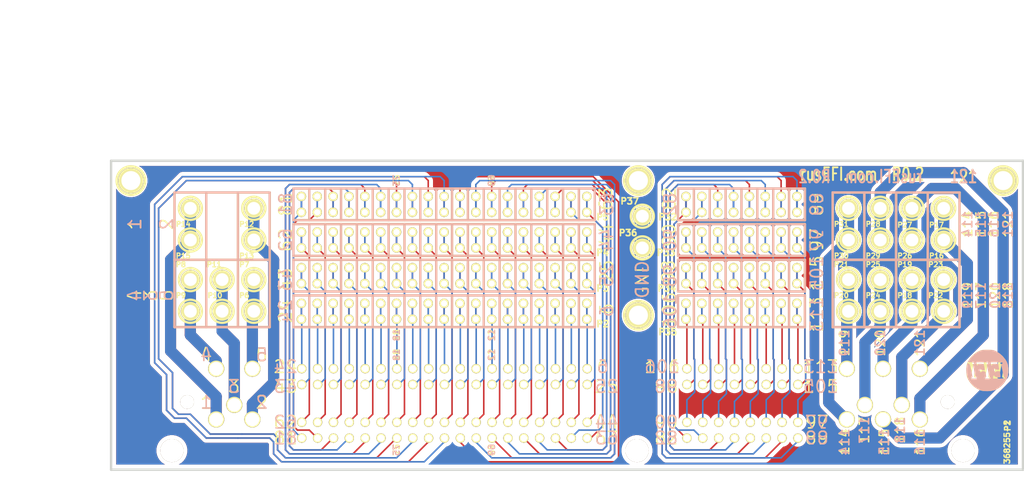
<source format=kicad_pcb>
(kicad_pcb (version 20221018) (generator pcbnew)
  (title_block (title "368255-2 connector break out board") (date "2019-01-08") (rev "R0.2") (company "rsuEFI.com"))
  (layers (0 "F.Cu" signal) (31 "B.Cu" signal) (34 "B.Paste" user) (35 "F.Paste" user) (36 "B.SilkS" user "B.Silkscreen") (37 "F.SilkS" user "F.Silkscreen") (38 "B.Mask" user) (39 "F.Mask" user) (44 "Edge.Cuts" user))
  (net 0 "")
  (net 1 "GND")
  (net 2 "N-000001")
  (net 3 "N-0000010")
  (net 4 "N-00000100")
  (net 5 "N-00000101")
  (net 6 "N-00000102")
  (net 7 "N-00000103")
  (net 8 "N-00000104")
  (net 9 "N-00000105")
  (net 10 "N-00000106")
  (net 11 "N-00000107")
  (net 12 "N-00000108")
  (net 13 "N-00000109")
  (net 14 "N-0000011")
  (net 15 "N-00000110")
  (net 16 "N-00000111")
  (net 17 "N-00000112")
  (net 18 "N-00000113")
  (net 19 "N-00000114")
  (net 20 "N-00000115")
  (net 21 "N-00000116")
  (net 22 "N-00000117")
  (net 23 "N-00000118")
  (net 24 "N-00000119")
  (net 25 "N-0000012")
  (net 26 "N-00000120")
  (net 27 "N-00000121")
  (net 28 "N-00000122")
  (net 29 "N-0000013")
  (net 30 "N-0000014")
  (net 31 "N-0000015")
  (net 32 "N-0000016")
  (net 33 "N-0000017")
  (net 34 "N-0000018")
  (net 35 "N-0000019")
  (net 36 "N-000002")
  (net 37 "N-0000020")
  (net 38 "N-0000021")
  (net 39 "N-0000022")
  (net 40 "N-0000023")
  (net 41 "N-0000024")
  (net 42 "N-0000025")
  (net 43 "N-0000026")
  (net 44 "N-0000027")
  (net 45 "N-0000028")
  (net 46 "N-0000029")
  (net 47 "N-000003")
  (net 48 "N-0000030")
  (net 49 "N-0000031")
  (net 50 "N-0000032")
  (net 51 "N-0000033")
  (net 52 "N-0000034")
  (net 53 "N-0000035")
  (net 54 "N-0000036")
  (net 55 "N-0000037")
  (net 56 "N-0000038")
  (net 57 "N-0000039")
  (net 58 "N-000004")
  (net 59 "N-0000040")
  (net 60 "N-0000041")
  (net 61 "N-0000042")
  (net 62 "N-0000043")
  (net 63 "N-0000044")
  (net 64 "N-0000045")
  (net 65 "N-0000046")
  (net 66 "N-0000047")
  (net 67 "N-0000048")
  (net 68 "N-0000049")
  (net 69 "N-000005")
  (net 70 "N-0000050")
  (net 71 "N-0000051")
  (net 72 "N-0000052")
  (net 73 "N-0000053")
  (net 74 "N-0000054")
  (net 75 "N-0000055")
  (net 76 "N-0000056")
  (net 77 "N-0000057")
  (net 78 "N-0000058")
  (net 79 "N-0000059")
  (net 80 "N-000006")
  (net 81 "N-0000060")
  (net 82 "N-0000061")
  (net 83 "N-0000062")
  (net 84 "N-0000063")
  (net 85 "N-0000064")
  (net 86 "N-0000065")
  (net 87 "N-0000066")
  (net 88 "N-0000067")
  (net 89 "N-0000068")
  (net 90 "N-0000069")
  (net 91 "N-000007")
  (net 92 "N-0000070")
  (net 93 "N-0000071")
  (net 94 "N-0000072")
  (net 95 "N-0000073")
  (net 96 "N-0000074")
  (net 97 "N-0000075")
  (net 98 "N-0000076")
  (net 99 "N-0000077")
  (net 100 "N-0000078")
  (net 101 "N-0000079")
  (net 102 "N-000008")
  (net 103 "N-0000080")
  (net 104 "N-0000081")
  (net 105 "N-0000082")
  (net 106 "N-0000083")
  (net 107 "N-0000084")
  (net 108 "N-0000085")
  (net 109 "N-0000086")
  (net 110 "N-0000087")
  (net 111 "N-0000088")
  (net 112 "N-0000089")
  (net 113 "N-000009")
  (net 114 "N-0000090")
  (net 115 "N-0000091")
  (net 116 "N-0000092")
  (net 117 "N-0000093")
  (net 118 "N-0000094")
  (net 119 "N-0000096")
  (net 120 "N-0000097")
  (net 121 "N-0000098")
  (net 122 "N-0000099")
  (footprint "19dpad" (layer "F.Cu") (at 106.68 82.55 180)
    (fp_text reference "P2")
    (fp_text value "CONN_19" hide)
  )
  (footprint "rusEFI_Lib:368255-2" (layer "F.Cu") (at 60.198 32.893)
    (fp_text reference "P1")
    (fp_text value "368255-2")
  )
  (footprint "19dpad" (layer "F.Cu") (at 106.68 76.835 180)
    (fp_text reference "P3")
    (fp_text value "CONN_19" hide)
  )
  (footprint "19dpad" (layer "F.Cu") (at 106.68 71.12 180)
    (fp_text reference "P4")
    (fp_text value "CONN_19" hide)
  )
  (footprint "19dpad" (layer "F.Cu") (at 106.68 65.405 180)
    (fp_text reference "P5")
    (fp_text value "CONN_19" hide)
  )
  (footprint "1pin(m)" (layer "F.Cu") (at 67.31 71.12)
    (fp_text reference "P15")
    (fp_text value "CONN_1" hide)
  )
  (footprint "1pin(m)" (layer "F.Cu") (at 67.31 66.04)
    (fp_text reference "P14")
    (fp_text value "CONN_1" hide)
  )
  (footprint "1pin(m)" (layer "F.Cu") (at 77.47 71.12)
    (fp_text reference "P13")
    (fp_text value "CONN_1" hide)
  )
  (footprint "1pin(m)" (layer "F.Cu") (at 77.47 66.04)
    (fp_text reference "P12")
    (fp_text value "CONN_1" hide)
  )
  (footprint "1pin(m)" (layer "F.Cu") (at 72.39 77.47)
    (fp_text reference "P11")
    (fp_text value "CONN_1" hide)
  )
  (footprint "1pin(m)" (layer "F.Cu") (at 72.39 82.55)
    (fp_text reference "P10")
    (fp_text value "CONN_1" hide)
  )
  (footprint "1pin(m)" (layer "F.Cu") (at 67.31 82.55)
    (fp_text reference "P9")
    (fp_text value "CONN_1" hide)
  )
  (footprint "1pin(m)" (layer "F.Cu") (at 67.31 77.47)
    (fp_text reference "P8")
    (fp_text value "CONN_1" hide)
  )
  (footprint "1pin(m)" (layer "F.Cu") (at 77.47 77.47)
    (fp_text reference "P7")
    (fp_text value "CONN_1" hide)
  )
  (footprint "1pin(m)" (layer "F.Cu") (at 77.47 82.55)
    (fp_text reference "P6")
    (fp_text value "CONN_1" hide)
  )
  (footprint "1pin(m)" (layer "F.Cu") (at 187.96 71.12)
    (fp_text reference "P16")
    (fp_text value "CONN_1" hide)
  )
  (footprint "1pin(m)" (layer "F.Cu") (at 187.96 66.04)
    (fp_text reference "P17")
    (fp_text value "CONN_1" hide)
  )
  (footprint "1pin(m)" (layer "F.Cu") (at 182.88 82.55)
    (fp_text reference "P18")
    (fp_text value "CONN_1" hide)
  )
  (footprint "1pin(m)" (layer "F.Cu") (at 182.88 77.47)
    (fp_text reference "P19")
    (fp_text value "CONN_1" hide)
  )
  (footprint "1pin(m)" (layer "F.Cu") (at 172.72 82.55)
    (fp_text reference "P20")
    (fp_text value "CONN_1" hide)
  )
  (footprint "1pin(m)" (layer "F.Cu") (at 172.72 77.47)
    (fp_text reference "P21")
    (fp_text value "CONN_1" hide)
  )
  (footprint "1pin(m)" (layer "F.Cu") (at 187.96 82.55)
    (fp_text reference "P22")
    (fp_text value "CONN_1" hide)
  )
  (footprint "1pin(m)" (layer "F.Cu") (at 187.96 77.47)
    (fp_text reference "P23")
    (fp_text value "CONN_1" hide)
  )
  (footprint "1pin(m)" (layer "F.Cu") (at 177.8 82.55)
    (fp_text reference "P24")
    (fp_text value "CONN_1" hide)
  )
  (footprint "1pin(m)" (layer "F.Cu") (at 177.8 77.47)
    (fp_text reference "P25")
    (fp_text value "CONN_1" hide)
  )
  (footprint "1pin(m)" (layer "F.Cu") (at 182.88 71.12)
    (fp_text reference "P26")
    (fp_text value "CONN_1" hide)
  )
  (footprint "1pin(m)" (layer "F.Cu") (at 182.88 66.04)
    (fp_text reference "P27")
    (fp_text value "CONN_1" hide)
  )
  (footprint "1pin(m)" (layer "F.Cu") (at 177.8 66.04)
    (fp_text reference "P28")
    (fp_text value "CONN_1" hide)
  )
  (footprint "1pin(m)" (layer "F.Cu") (at 177.8 71.12)
    (fp_text reference "P29")
    (fp_text value "CONN_1" hide)
  )
  (footprint "1pin(m)" (layer "F.Cu") (at 172.72 71.12)
    (fp_text reference "P30")
    (fp_text value "CONN_1" hide)
  )
  (footprint "1pin(m)" (layer "F.Cu") (at 172.72 66.04)
    (fp_text reference "P31")
    (fp_text value "CONN_1" hide)
  )
  (footprint "8dpad" (layer "F.Cu") (at 155.575 82.55)
    (fp_text reference "P35")
    (fp_text value "CONN_8" hide)
  )
  (footprint "8dpad" (layer "F.Cu") (at 155.575 76.835)
    (fp_text reference "P34")
    (fp_text value "CONN_8" hide)
  )
  (footprint "8dpad" (layer "F.Cu") (at 155.575 71.12)
    (fp_text reference "P33")
    (fp_text value "CONN_8" hide)
  )
  (footprint "8dpad" (layer "F.Cu") (at 155.575 65.405)
    (fp_text reference "P32")
    (fp_text value "CONN_8" hide)
  )
  (footprint "1pin(m)" (layer "F.Cu") (at 139.7 67.31)
    (fp_text reference "P37")
    (fp_text value "CONN_1" hide)
  )
  (footprint "1pin(m)" (layer "F.Cu") (at 139.7 72.39)
    (fp_text reference "P36")
    (fp_text value "CONN_1" hide)
  )
  (footprint "1pin" (layer "F.Cu") (at 57.785 61.595)
    (fp_text reference "1PIN" hide)
    (fp_text value "P***" hide)
  )
  (footprint "1pin" (layer "F.Cu") (at 139.065 61.595)
    (fp_text reference "1PIN" hide)
    (fp_text value "P***" hide)
  )
  (footprint "1pin" (layer "F.Cu") (at 197.485 61.595)
    (fp_text reference "1PIN" hide)
    (fp_text value "P***" hide)
  )
  (footprint "1pin" (layer "F.Cu") (at 139.065 83.185)
    (fp_text reference "1PIN" hide)
    (fp_text value "P***" hide)
  )
  (footprint "rusEFI_Lib:LOGO" (layer "F.Cu") (at 194.945 92.075)
    (fp_text reference "G?" hide)
    (fp_text value "LOGO" hide)
  )
  (footprint "rusEFI_Lib:LOGO_F" (layer "B.Cu") (at 194.945 92.075)
    (fp_text reference "G?" hide)
    (fp_text value "LOGO" hide)
  )
  (gr_line (start 96.52 74.295) (end 96.52 79.375) (stroke (width 0.381)) (layer "B.SilkS"))
  (gr_line (start 111.76 79.375) (end 111.76 74.295) (stroke (width 0.381)) (layer "B.SilkS"))
  (gr_line (start 127 74.295) (end 127 79.375) (stroke (width 0.381)) (layer "B.SilkS"))
  (gr_line (start 119.38 80.01) (end 119.38 85.09) (stroke (width 0.381)) (layer "B.SilkS"))
  (gr_line (start 114.3 68.58) (end 114.3 73.66) (stroke (width 0.381)) (layer "B.SilkS"))
  (gr_line (start 64.77 74.295) (end 80.01 74.295) (stroke (width 0.381)) (layer "B.SilkS"))
  (gr_line (start 83.82 74.295) (end 83.82 79.375) (stroke (width 0.381)) (layer "B.SilkS"))
  (gr_line (start 83.82 85.09) (end 83.82 80.01) (stroke (width 0.381)) (layer "B.SilkS"))
  (gr_line (start 132.08 85.09) (end 83.82 85.09) (stroke (width 0.381)) (layer "B.SilkS"))
  (gr_line (start 106.68 74.295) (end 106.68 79.375) (stroke (width 0.381)) (layer "B.SilkS"))
  (gr_line (start 109.22 80.01) (end 109.22 85.09) (stroke (width 0.381)) (layer "B.SilkS"))
  (gr_line (start 74.93 85.09) (end 74.93 63.5) (stroke (width 0.381)) (layer "B.SilkS"))
  (gr_line (start 132.08 68.58) (end 83.82 68.58) (stroke (width 0.381)) (layer "B.SilkS"))
  (gr_line (start 155.575 68.58) (end 155.575 73.66) (stroke (width 0.381)) (layer "B.SilkS"))
  (gr_line (start 150.495 62.865) (end 150.495 67.945) (stroke (width 0.381)) (layer "B.SilkS"))
  (gr_line (start 160.655 68.58) (end 160.655 73.66) (stroke (width 0.381)) (layer "B.SilkS"))
  (gr_line (start 111.76 62.865) (end 111.76 67.945) (stroke (width 0.381)) (layer "B.SilkS"))
  (gr_line (start 132.08 62.865) (end 83.82 62.865) (stroke (width 0.381)) (layer "B.SilkS"))
  (gr_line (start 93.98 79.375) (end 93.98 74.295) (stroke (width 0.381)) (layer "B.SilkS"))
  (gr_line (start 64.77 63.5) (end 80.01 63.5) (stroke (width 0.381)) (layer "B.SilkS"))
  (gr_line (start 114.3 67.945) (end 114.3 62.865) (stroke (width 0.381)) (layer "B.SilkS"))
  (gr_line (start 101.6 85.09) (end 101.6 80.01) (stroke (width 0.381)) (layer "B.SilkS"))
  (gr_line (start 127 73.66) (end 127 68.58) (stroke (width 0.381)) (layer "B.SilkS"))
  (gr_line (start 127 62.865) (end 127 67.945) (stroke (width 0.381)) (layer "B.SilkS"))
  (gr_line (start 101.6 62.865) (end 101.6 67.945) (stroke (width 0.381)) (layer "B.SilkS"))
  (gr_line (start 121.92 85.09) (end 121.92 80.01) (stroke (width 0.381)) (layer "B.SilkS"))
  (gr_line (start 93.98 80.01) (end 93.98 85.09) (stroke (width 0.381)) (layer "B.SilkS"))
  (gr_line (start 124.46 80.01) (end 124.46 85.09) (stroke (width 0.381)) (layer "B.SilkS"))
  (gr_line (start 160.655 80.01) (end 160.655 85.09) (stroke (width 0.381)) (layer "B.SilkS"))
  (gr_line (start 145.415 85.09) (end 145.415 80.01) (stroke (width 0.381)) (layer "B.SilkS"))
  (gr_line (start 114.3 80.01) (end 114.3 85.09) (stroke (width 0.381)) (layer "B.SilkS"))
  (gr_line (start 101.6 73.66) (end 101.6 68.58) (stroke (width 0.381)) (layer "B.SilkS"))
  (gr_line (start 91.44 74.295) (end 91.44 79.375) (stroke (width 0.381)) (layer "B.SilkS"))
  (gr_line (start 129.54 80.01) (end 129.54 85.09) (stroke (width 0.381)) (layer "B.SilkS"))
  (gr_line (start 153.035 67.945) (end 153.035 62.865) (stroke (width 0.381)) (layer "B.SilkS"))
  (gr_line (start 124.46 67.945) (end 124.46 62.865) (stroke (width 0.381)) (layer "B.SilkS"))
  (gr_line (start 121.92 74.295) (end 121.92 79.375) (stroke (width 0.381)) (layer "B.SilkS"))
  (gr_line (start 91.44 85.09) (end 91.44 80.01) (stroke (width 0.381)) (layer "B.SilkS"))
  (gr_line (start 190.5 63.5) (end 190.5 85.09) (stroke (width 0.381)) (layer "B.SilkS"))
  (gr_line (start 88.9 67.945) (end 88.9 62.865) (stroke (width 0.381)) (layer "B.SilkS"))
  (gr_line (start 124.46 79.375) (end 124.46 74.295) (stroke (width 0.381)) (layer "B.SilkS"))
  (gr_line (start 147.955 67.945) (end 147.955 62.865) (stroke (width 0.381)) (layer "B.SilkS"))
  (gr_line (start 147.955 74.295) (end 147.955 79.375) (stroke (width 0.381)) (layer "B.SilkS"))
  (gr_line (start 180.34 63.5) (end 180.34 85.09) (stroke (width 0.381)) (layer "B.SilkS"))
  (gr_line (start 132.08 79.375) (end 132.08 74.295) (stroke (width 0.381)) (layer "B.SilkS"))
  (gr_line (start 132.08 80.01) (end 132.08 85.09) (stroke (width 0.381)) (layer "B.SilkS"))
  (gr_line (start 86.36 73.66) (end 86.36 68.58) (stroke (width 0.381)) (layer "B.SilkS"))
  (gr_line (start 99.06 67.945) (end 99.06 62.865) (stroke (width 0.381)) (layer "B.SilkS"))
  (gr_line (start 165.735 74.295) (end 145.415 74.295) (stroke (width 0.381)) (layer "B.SilkS"))
  (gr_line (start 88.9 80.01) (end 88.9 85.09) (stroke (width 0.381)) (layer "B.SilkS"))
  (gr_line (start 147.955 85.09) (end 147.955 80.01) (stroke (width 0.381)) (layer "B.SilkS"))
  (gr_line (start 170.18 85.09) (end 170.18 63.5) (stroke (width 0.381)) (layer "B.SilkS"))
  (gr_line (start 121.92 73.66) (end 121.92 68.58) (stroke (width 0.381)) (layer "B.SilkS"))
  (gr_line (start 165.735 73.66) (end 165.735 68.58) (stroke (width 0.381)) (layer "B.SilkS"))
  (gr_line (start 145.415 73.66) (end 165.735 73.66) (stroke (width 0.381)) (layer "B.SilkS"))
  (gr_line (start 83.82 73.66) (end 132.08 73.66) (stroke (width 0.381)) (layer "B.SilkS"))
  (gr_line (start 91.44 62.865) (end 91.44 67.945) (stroke (width 0.381)) (layer "B.SilkS"))
  (gr_line (start 104.14 69.215) (end 104.14 73.66) (stroke (width 0.381)) (layer "B.SilkS"))
  (gr_line (start 190.5 85.09) (end 170.18 85.09) (stroke (width 0.381)) (layer "B.SilkS"))
  (gr_line (start 109.22 79.375) (end 109.22 74.295) (stroke (width 0.381)) (layer "B.SilkS"))
  (gr_line (start 155.575 79.375) (end 155.575 74.295) (stroke (width 0.381)) (layer "B.SilkS"))
  (gr_line (start 88.9 68.58) (end 88.9 73.66) (stroke (width 0.381)) (layer "B.SilkS"))
  (gr_line (start 150.495 80.01) (end 150.495 85.09) (stroke (width 0.381)) (layer "B.SilkS"))
  (gr_line (start 91.44 73.66) (end 91.44 68.58) (stroke (width 0.381)) (layer "B.SilkS"))
  (gr_line (start 129.54 67.945) (end 129.54 62.865) (stroke (width 0.381)) (layer "B.SilkS"))
  (gr_line (start 104.14 79.375) (end 104.14 74.295) (stroke (width 0.381)) (layer "B.SilkS"))
  (gr_line (start 83.82 67.945) (end 132.08 67.945) (stroke (width 0.381)) (layer "B.SilkS"))
  (gr_line (start 80.01 63.5) (end 80.01 85.09) (stroke (width 0.381)) (layer "B.SilkS"))
  (gr_line (start 150.495 68.58) (end 150.495 73.66) (stroke (width 0.381)) (layer "B.SilkS"))
  (gr_line (start 104.14 80.01) (end 104.14 85.09) (stroke (width 0.381)) (layer "B.SilkS"))
  (gr_line (start 83.82 68.58) (end 83.82 73.66) (stroke (width 0.381)) (layer "B.SilkS"))
  (gr_line (start 150.495 79.375) (end 150.495 74.295) (stroke (width 0.381)) (layer "B.SilkS"))
  (gr_line (start 153.035 74.295) (end 153.035 79.375) (stroke (width 0.381)) (layer "B.SilkS"))
  (gr_line (start 145.415 62.865) (end 165.735 62.865) (stroke (width 0.381)) (layer "B.SilkS"))
  (gr_line (start 99.06 68.58) (end 99.06 73.66) (stroke (width 0.381)) (layer "B.SilkS"))
  (gr_line (start 114.3 79.375) (end 114.3 74.295) (stroke (width 0.381)) (layer "B.SilkS"))
  (gr_line (start 145.415 68.58) (end 145.415 73.66) (stroke (width 0.381)) (layer "B.SilkS"))
  (gr_line (start 124.46 68.58) (end 124.46 73.66) (stroke (width 0.381)) (layer "B.SilkS"))
  (gr_line (start 111.76 74.93) (end 111.76 79.375) (stroke (width 0.381)) (layer "B.SilkS"))
  (gr_line (start 86.36 62.865) (end 86.36 67.945) (stroke (width 0.381)) (layer "B.SilkS"))
  (gr_line (start 104.14 67.945) (end 104.14 62.865) (stroke (width 0.381)) (layer "B.SilkS"))
  (gr_line (start 175.26 63.5) (end 175.26 85.09) (stroke (width 0.381)) (layer "B.SilkS"))
  (gr_line (start 153.035 85.09) (end 153.035 80.01) (stroke (width 0.381)) (layer "B.SilkS"))
  (gr_line (start 132.08 73.66) (end 132.08 68.58) (stroke (width 0.381)) (layer "B.SilkS"))
  (gr_line (start 104.14 68.58) (end 104.14 69.215) (stroke (width 0.381)) (layer "B.SilkS"))
  (gr_line (start 165.735 85.09) (end 145.415 85.09) (stroke (width 0.381)) (layer "B.SilkS"))
  (gr_line (start 145.415 67.945) (end 145.415 62.865) (stroke (width 0.381)) (layer "B.SilkS"))
  (gr_line (start 64.77 85.09) (end 64.77 63.5) (stroke (width 0.381)) (layer "B.SilkS"))
  (gr_line (start 96.52 85.09) (end 96.52 80.01) (stroke (width 0.381)) (layer "B.SilkS"))
  (gr_line (start 153.035 73.66) (end 153.035 68.58) (stroke (width 0.381)) (layer "B.SilkS"))
  (gr_line (start 165.735 62.865) (end 165.735 67.945) (stroke (width 0.381)) (layer "B.SilkS"))
  (gr_line (start 165.735 80.01) (end 165.735 85.09) (stroke (width 0.381)) (layer "B.SilkS"))
  (gr_line (start 145.415 74.295) (end 145.415 79.375) (stroke (width 0.381)) (layer "B.SilkS"))
  (gr_line (start 170.18 74.295) (end 190.5 74.295) (stroke (width 0.381)) (layer "B.SilkS"))
  (gr_line (start 163.195 85.09) (end 163.195 80.01) (stroke (width 0.381)) (layer "B.SilkS"))
  (gr_line (start 109.22 73.66) (end 109.22 68.58) (stroke (width 0.381)) (layer "B.SilkS"))
  (gr_line (start 165.735 68.58) (end 145.415 68.58) (stroke (width 0.381)) (layer "B.SilkS"))
  (gr_line (start 145.415 79.375) (end 165.735 79.375) (stroke (width 0.381)) (layer "B.SilkS"))
  (gr_line (start 160.655 62.865) (end 160.655 67.945) (stroke (width 0.381)) (layer "B.SilkS"))
  (gr_line (start 96.52 62.865) (end 96.52 67.945) (stroke (width 0.381)) (layer "B.SilkS"))
  (gr_line (start 147.955 73.66) (end 147.955 68.58) (stroke (width 0.381)) (layer "B.SilkS"))
  (gr_line (start 106.68 62.865) (end 106.68 67.945) (stroke (width 0.381)) (layer "B.SilkS"))
  (gr_line (start 69.85 85.09) (end 69.85 63.5) (stroke (width 0.381)) (layer "B.SilkS"))
  (gr_line (start 116.84 62.865) (end 116.84 67.945) (stroke (width 0.381)) (layer "B.SilkS"))
  (gr_line (start 99.06 80.01) (end 99.06 85.09) (stroke (width 0.381)) (layer "B.SilkS"))
  (gr_line (start 106.68 68.58) (end 106.68 73.66) (stroke (width 0.381)) (layer "B.SilkS"))
  (gr_line (start 165.735 67.945) (end 145.415 67.945) (stroke (width 0.381)) (layer "B.SilkS"))
  (gr_line (start 132.08 67.945) (end 132.08 62.865) (stroke (width 0.381)) (layer "B.SilkS"))
  (gr_line (start 158.115 74.295) (end 158.115 79.375) (stroke (width 0.381)) (layer "B.SilkS"))
  (gr_line (start 129.54 79.375) (end 129.54 74.295) (stroke (width 0.381)) (layer "B.SilkS"))
  (gr_line (start 132.08 74.295) (end 83.82 74.295) (stroke (width 0.381)) (layer "B.SilkS"))
  (gr_line (start 155.575 80.01) (end 155.575 85.09) (stroke (width 0.381)) (layer "B.SilkS"))
  (gr_line (start 163.195 67.945) (end 163.195 62.865) (stroke (width 0.381)) (layer "B.SilkS"))
  (gr_line (start 86.36 85.09) (end 86.36 80.01) (stroke (width 0.381)) (layer "B.SilkS"))
  (gr_line (start 111.76 85.09) (end 111.76 80.01) (stroke (width 0.381)) (layer "B.SilkS"))
  (gr_line (start 185.42 85.09) (end 185.42 63.5) (stroke (width 0.381)) (layer "B.SilkS"))
  (gr_line (start 119.38 79.375) (end 119.38 74.295) (stroke (width 0.381)) (layer "B.SilkS"))
  (gr_line (start 163.195 74.295) (end 163.195 79.375) (stroke (width 0.381)) (layer "B.SilkS"))
  (gr_line (start 119.38 68.58) (end 119.38 73.66) (stroke (width 0.381)) (layer "B.SilkS"))
  (gr_line (start 145.415 80.01) (end 165.735 80.01) (stroke (width 0.381)) (layer "B.SilkS"))
  (gr_line (start 101.6 74.295) (end 101.6 79.375) (stroke (width 0.381)) (layer "B.SilkS"))
  (gr_line (start 158.115 73.66) (end 158.115 68.58) (stroke (width 0.381)) (layer "B.SilkS"))
  (gr_line (start 83.82 80.01) (end 132.08 80.01) (stroke (width 0.381)) (layer "B.SilkS"))
  (gr_line (start 86.36 74.295) (end 86.36 79.375) (stroke (width 0.381)) (layer "B.SilkS"))
  (gr_line (start 163.195 73.66) (end 163.195 68.58) (stroke (width 0.381)) (layer "B.SilkS"))
  (gr_line (start 104.14 73.66) (end 104.14 68.58) (stroke (width 0.381)) (layer "B.SilkS"))
  (gr_line (start 106.68 85.09) (end 106.68 80.01) (stroke (width 0.381)) (layer "B.SilkS"))
  (gr_line (start 121.92 62.865) (end 121.92 67.945) (stroke (width 0.381)) (layer "B.SilkS"))
  (gr_line (start 129.54 68.58) (end 129.54 73.66) (stroke (width 0.381)) (layer "B.SilkS"))
  (gr_line (start 83.82 79.375) (end 132.08 79.375) (stroke (width 0.381)) (layer "B.SilkS"))
  (gr_line (start 111.76 68.58) (end 111.76 73.66) (stroke (width 0.381)) (layer "B.SilkS"))
  (gr_line (start 116.84 85.09) (end 116.84 80.01) (stroke (width 0.381)) (layer "B.SilkS"))
  (gr_line (start 93.98 68.58) (end 93.98 73.66) (stroke (width 0.381)) (layer "B.SilkS"))
  (gr_line (start 116.84 73.66) (end 116.84 68.58) (stroke (width 0.381)) (layer "B.SilkS"))
  (gr_line (start 83.82 62.865) (end 83.82 67.945) (stroke (width 0.381)) (layer "B.SilkS"))
  (gr_line (start 119.38 67.945) (end 119.38 62.865) (stroke (width 0.381)) (layer "B.SilkS"))
  (gr_line (start 109.22 67.945) (end 109.22 62.865) (stroke (width 0.381)) (layer "B.SilkS"))
  (gr_line (start 158.115 85.09) (end 158.115 80.01) (stroke (width 0.381)) (layer "B.SilkS"))
  (gr_line (start 80.01 85.09) (end 64.77 85.09) (stroke (width 0.381)) (layer "B.SilkS"))
  (gr_line (start 170.18 63.5) (end 190.5 63.5) (stroke (width 0.381)) (layer "B.SilkS"))
  (gr_line (start 88.9 79.375) (end 88.9 74.295) (stroke (width 0.381)) (layer "B.SilkS"))
  (gr_line (start 96.52 73.66) (end 96.52 68.58) (stroke (width 0.381)) (layer "B.SilkS"))
  (gr_line (start 165.735 79.375) (end 165.735 74.295) (stroke (width 0.381)) (layer "B.SilkS"))
  (gr_line (start 127 85.09) (end 127 80.01) (stroke (width 0.381)) (layer "B.SilkS"))
  (gr_line (start 160.655 79.375) (end 160.655 74.295) (stroke (width 0.381)) (layer "B.SilkS"))
  (gr_line (start 158.115 67.945) (end 158.115 62.865) (stroke (width 0.381)) (layer "B.SilkS"))
  (gr_line (start 116.84 74.295) (end 116.84 79.375) (stroke (width 0.381)) (layer "B.SilkS"))
  (gr_line (start 99.06 79.375) (end 99.06 74.295) (stroke (width 0.381)) (layer "B.SilkS"))
  (gr_line (start 145.415 62.865) (end 165.735 62.865) (stroke (width 0.381)) (layer "B.SilkS"))
  (gr_line (start 93.98 67.945) (end 93.98 62.865) (stroke (width 0.381)) (layer "B.SilkS"))
  (gr_line (start 155.575 62.865) (end 155.575 67.945) (stroke (width 0.381)) (layer "B.SilkS"))
  (gr_line (start 116.84 62.865) (end 116.84 67.945) (stroke (width 0.381)) (layer "F.SilkS"))
  (gr_line (start 104.14 85.09) (end 104.14 80.01) (stroke (width 0.381)) (layer "F.SilkS"))
  (gr_line (start 88.9 85.09) (end 88.9 80.01) (stroke (width 0.381)) (layer "F.SilkS"))
  (gr_line (start 86.36 74.295) (end 86.36 79.375) (stroke (width 0.381)) (layer "F.SilkS"))
  (gr_line (start 185.42 63.5) (end 185.42 85.09) (stroke (width 0.381)) (layer "F.SilkS"))
  (gr_line (start 106.68 73.66) (end 106.68 68.58) (stroke (width 0.381)) (layer "F.SilkS"))
  (gr_line (start 109.22 67.945) (end 109.22 62.865) (stroke (width 0.381)) (layer "F.SilkS"))
  (gr_line (start 180.34 63.5) (end 180.34 85.09) (stroke (width 0.381)) (layer "F.SilkS"))
  (gr_line (start 109.22 79.375) (end 109.22 74.295) (stroke (width 0.381)) (layer "F.SilkS"))
  (gr_line (start 104.14 68.58) (end 104.14 73.66) (stroke (width 0.381)) (layer "F.SilkS"))
  (gr_line (start 153.035 85.09) (end 153.035 80.01) (stroke (width 0.381)) (layer "F.SilkS"))
  (gr_line (start 111.76 73.66) (end 111.76 68.58) (stroke (width 0.381)) (layer "F.SilkS"))
  (gr_line (start 163.195 85.09) (end 163.195 80.01) (stroke (width 0.381)) (layer "F.SilkS"))
  (gr_line (start 93.98 67.945) (end 93.98 62.865) (stroke (width 0.381)) (layer "F.SilkS"))
  (gr_line (start 190.5 85.09) (end 170.18 85.09) (stroke (width 0.381)) (layer "F.SilkS"))
  (gr_line (start 153.035 67.945) (end 153.035 62.865) (stroke (width 0.381)) (layer "F.SilkS"))
  (gr_line (start 175.26 63.5) (end 175.26 85.09) (stroke (width 0.381)) (layer "F.SilkS"))
  (gr_line (start 69.85 85.09) (end 69.85 63.5) (stroke (width 0.381)) (layer "F.SilkS"))
  (gr_line (start 64.77 74.295) (end 80.01 74.295) (stroke (width 0.381)) (layer "F.SilkS"))
  (gr_line (start 93.98 85.09) (end 93.98 80.01) (stroke (width 0.381)) (layer "F.SilkS"))
  (gr_line (start 155.575 79.375) (end 155.575 74.295) (stroke (width 0.381)) (layer "F.SilkS"))
  (gr_line (start 114.3 68.58) (end 114.3 73.66) (stroke (width 0.381)) (layer "F.SilkS"))
  (gr_line (start 111.76 80.01) (end 111.76 85.09) (stroke (width 0.381)) (layer "F.SilkS"))
  (gr_line (start 163.195 67.945) (end 163.195 62.865) (stroke (width 0.381)) (layer "F.SilkS"))
  (gr_line (start 124.46 67.945) (end 124.46 62.865) (stroke (width 0.381)) (layer "F.SilkS"))
  (gr_line (start 158.115 79.375) (end 158.115 74.295) (stroke (width 0.381)) (layer "F.SilkS"))
  (gr_line (start 119.38 80.01) (end 119.38 85.09) (stroke (width 0.381)) (layer "F.SilkS"))
  (gr_line (start 109.22 68.58) (end 109.22 73.66) (stroke (width 0.381)) (layer "F.SilkS"))
  (gr_line (start 93.98 68.58) (end 93.98 73.66) (stroke (width 0.381)) (layer "F.SilkS"))
  (gr_line (start 170.18 85.09) (end 170.18 63.5) (stroke (width 0.381)) (layer "F.SilkS"))
  (gr_line (start 129.54 74.295) (end 129.54 79.375) (stroke (width 0.381)) (layer "F.SilkS"))
  (gr_line (start 99.06 67.945) (end 99.06 62.865) (stroke (width 0.381)) (layer "F.SilkS"))
  (gr_line (start 114.3 85.09) (end 114.3 80.01) (stroke (width 0.381)) (layer "F.SilkS"))
  (gr_line (start 119.38 74.295) (end 119.38 79.375) (stroke (width 0.381)) (layer "F.SilkS"))
  (gr_line (start 160.655 67.945) (end 160.655 62.865) (stroke (width 0.381)) (layer "F.SilkS"))
  (gr_line (start 116.84 73.66) (end 116.84 68.58) (stroke (width 0.381)) (layer "F.SilkS"))
  (gr_line (start 116.84 80.01) (end 116.84 85.09) (stroke (width 0.381)) (layer "F.SilkS"))
  (gr_line (start 163.195 79.375) (end 163.195 74.295) (stroke (width 0.381)) (layer "F.SilkS"))
  (gr_line (start 147.955 73.66) (end 147.955 68.58) (stroke (width 0.381)) (layer "F.SilkS"))
  (gr_line (start 129.54 73.66) (end 129.54 68.58) (stroke (width 0.381)) (layer "F.SilkS"))
  (gr_line (start 99.06 85.09) (end 99.06 80.01) (stroke (width 0.381)) (layer "F.SilkS"))
  (gr_line (start 153.035 73.66) (end 153.035 68.58) (stroke (width 0.381)) (layer "F.SilkS"))
  (gr_line (start 101.6 73.66) (end 101.6 68.58) (stroke (width 0.381)) (layer "F.SilkS"))
  (gr_line (start 86.36 62.865) (end 86.36 67.945) (stroke (width 0.381)) (layer "F.SilkS"))
  (gr_line (start 88.9 79.375) (end 88.9 74.295) (stroke (width 0.381)) (layer "F.SilkS"))
  (gr_line (start 104.14 67.945) (end 104.14 62.865) (stroke (width 0.381)) (layer "F.SilkS"))
  (gr_line (start 127 79.375) (end 127 74.295) (stroke (width 0.381)) (layer "F.SilkS"))
  (gr_line (start 93.98 79.375) (end 93.98 74.295) (stroke (width 0.381)) (layer "F.SilkS"))
  (gr_line (start 147.955 80.01) (end 150.495 80.01) (stroke (width 0.381)) (layer "F.SilkS"))
  (gr_line (start 127 68.58) (end 127 73.66) (stroke (width 0.381)) (layer "F.SilkS"))
  (gr_line (start 80.01 85.09) (end 80.01 63.5) (stroke (width 0.381)) (layer "F.SilkS"))
  (gr_line (start 127 85.09) (end 127 80.01) (stroke (width 0.381)) (layer "F.SilkS"))
  (gr_line (start 116.84 79.375) (end 116.84 74.295) (stroke (width 0.381)) (layer "F.SilkS"))
  (gr_line (start 121.92 85.09) (end 121.92 80.01) (stroke (width 0.381)) (layer "F.SilkS"))
  (gr_line (start 170.18 74.295) (end 190.5 74.295) (stroke (width 0.381)) (layer "F.SilkS"))
  (gr_line (start 150.495 79.375) (end 150.495 74.295) (stroke (width 0.381)) (layer "F.SilkS"))
  (gr_line (start 129.54 80.01) (end 129.54 85.09) (stroke (width 0.381)) (layer "F.SilkS"))
  (gr_line (start 129.54 67.945) (end 129.54 62.865) (stroke (width 0.381)) (layer "F.SilkS"))
  (gr_line (start 106.68 80.01) (end 106.68 85.09) (stroke (width 0.381)) (layer "F.SilkS"))
  (gr_line (start 153.035 79.375) (end 153.035 74.295) (stroke (width 0.381)) (layer "F.SilkS"))
  (gr_line (start 96.52 80.01) (end 96.52 85.09) (stroke (width 0.381)) (layer "F.SilkS"))
  (gr_line (start 101.6 62.865) (end 101.6 67.945) (stroke (width 0.381)) (layer "F.SilkS"))
  (gr_line (start 91.44 62.865) (end 91.44 67.945) (stroke (width 0.381)) (layer "F.SilkS"))
  (gr_line (start 150.495 85.09) (end 150.495 80.01) (stroke (width 0.381)) (layer "F.SilkS"))
  (gr_line (start 111.76 79.375) (end 111.76 74.295) (stroke (width 0.381)) (layer "F.SilkS"))
  (gr_line (start 74.93 85.09) (end 74.93 63.5) (stroke (width 0.381)) (layer "F.SilkS"))
  (gr_line (start 106.68 74.295) (end 106.68 79.375) (stroke (width 0.381)) (layer "F.SilkS"))
  (gr_line (start 155.575 85.09) (end 155.575 80.01) (stroke (width 0.381)) (layer "F.SilkS"))
  (gr_line (start 106.68 62.865) (end 106.68 67.945) (stroke (width 0.381)) (layer "F.SilkS"))
  (gr_line (start 119.38 67.945) (end 119.38 62.865) (stroke (width 0.381)) (layer "F.SilkS"))
  (gr_line (start 109.22 85.09) (end 109.22 80.01) (stroke (width 0.381)) (layer "F.SilkS"))
  (gr_line (start 91.44 74.295) (end 91.44 79.375) (stroke (width 0.381)) (layer "F.SilkS"))
  (gr_line (start 160.655 85.09) (end 160.655 80.01) (stroke (width 0.381)) (layer "F.SilkS"))
  (gr_line (start 124.46 80.01) (end 124.46 85.09) (stroke (width 0.381)) (layer "F.SilkS"))
  (gr_line (start 86.36 73.66) (end 86.36 68.58) (stroke (width 0.381)) (layer "F.SilkS"))
  (gr_line (start 150.495 67.945) (end 150.495 62.865) (stroke (width 0.381)) (layer "F.SilkS"))
  (gr_line (start 127 62.865) (end 127 67.945) (stroke (width 0.381)) (layer "F.SilkS"))
  (gr_line (start 101.6 74.295) (end 101.6 79.375) (stroke (width 0.381)) (layer "F.SilkS"))
  (gr_line (start 124.46 74.295) (end 124.46 79.375) (stroke (width 0.381)) (layer "F.SilkS"))
  (gr_line (start 160.655 73.66) (end 160.655 68.58) (stroke (width 0.381)) (layer "F.SilkS"))
  (gr_line (start 64.77 85.09) (end 80.01 85.09) (stroke (width 0.381)) (layer "F.SilkS"))
  (gr_line (start 121.92 79.375) (end 121.92 74.295) (stroke (width 0.381)) (layer "F.SilkS"))
  (gr_line (start 170.18 63.5) (end 190.5 63.5) (stroke (width 0.381)) (layer "F.SilkS"))
  (gr_line (start 64.77 63.5) (end 64.77 85.09) (stroke (width 0.381)) (layer "F.SilkS"))
  (gr_line (start 114.3 74.295) (end 114.3 79.375) (stroke (width 0.381)) (layer "F.SilkS"))
  (gr_line (start 160.655 79.375) (end 160.655 74.295) (stroke (width 0.381)) (layer "F.SilkS"))
  (gr_line (start 86.36 80.01) (end 86.36 85.09) (stroke (width 0.381)) (layer "F.SilkS"))
  (gr_line (start 88.9 68.58) (end 88.9 73.66) (stroke (width 0.381)) (layer "F.SilkS"))
  (gr_line (start 114.3 67.945) (end 114.3 62.865) (stroke (width 0.381)) (layer "F.SilkS"))
  (gr_line (start 91.44 80.01) (end 91.44 85.09) (stroke (width 0.381)) (layer "F.SilkS"))
  (gr_line (start 119.38 73.66) (end 119.38 68.58) (stroke (width 0.381)) (layer "F.SilkS"))
  (gr_line (start 101.6 80.01) (end 101.6 85.09) (stroke (width 0.381)) (layer "F.SilkS"))
  (gr_line (start 96.52 73.66) (end 96.52 68.58) (stroke (width 0.381)) (layer "F.SilkS"))
  (gr_line (start 96.52 62.865) (end 96.52 67.945) (stroke (width 0.381)) (layer "F.SilkS"))
  (gr_line (start 190.5 63.5) (end 190.5 85.09) (stroke (width 0.381)) (layer "F.SilkS"))
  (gr_line (start 121.92 62.865) (end 121.92 67.945) (stroke (width 0.381)) (layer "F.SilkS"))
  (gr_line (start 155.575 73.66) (end 155.575 68.58) (stroke (width 0.381)) (layer "F.SilkS"))
  (gr_line (start 158.115 73.66) (end 158.115 68.58) (stroke (width 0.381)) (layer "F.SilkS"))
  (gr_line (start 91.44 73.66) (end 91.44 68.58) (stroke (width 0.381)) (layer "F.SilkS"))
  (gr_line (start 158.115 67.945) (end 158.115 62.865) (stroke (width 0.381)) (layer "F.SilkS"))
  (gr_line (start 150.495 73.66) (end 150.495 68.58) (stroke (width 0.381)) (layer "F.SilkS"))
  (gr_line (start 158.115 85.09) (end 158.115 80.01) (stroke (width 0.381)) (layer "F.SilkS"))
  (gr_line (start 155.575 67.945) (end 155.575 62.865) (stroke (width 0.381)) (layer "F.SilkS"))
  (gr_line (start 88.9 67.945) (end 88.9 62.865) (stroke (width 0.381)) (layer "F.SilkS"))
  (gr_line (start 163.195 73.66) (end 163.195 68.58) (stroke (width 0.381)) (layer "F.SilkS"))
  (gr_line (start 104.14 79.375) (end 104.14 74.295) (stroke (width 0.381)) (layer "F.SilkS"))
  (gr_line (start 147.955 79.375) (end 147.955 74.295) (stroke (width 0.381)) (layer "F.SilkS"))
  (gr_line (start 124.46 73.66) (end 124.46 68.58) (stroke (width 0.381)) (layer "F.SilkS"))
  (gr_line (start 147.955 85.09) (end 147.955 80.01) (stroke (width 0.381)) (layer "F.SilkS"))
  (gr_line (start 80.01 63.5) (end 64.77 63.5) (stroke (width 0.381)) (layer "F.SilkS"))
  (gr_line (start 96.52 74.295) (end 96.52 79.375) (stroke (width 0.381)) (layer "F.SilkS"))
  (gr_line (start 121.92 68.58) (end 121.92 73.66) (stroke (width 0.381)) (layer "F.SilkS"))
  (gr_line (start 99.06 79.375) (end 99.06 74.295) (stroke (width 0.381)) (layer "F.SilkS"))
  (gr_line (start 147.955 67.945) (end 147.955 62.865) (stroke (width 0.381)) (layer "F.SilkS"))
  (gr_line (start 99.06 68.58) (end 99.06 73.66) (stroke (width 0.381)) (layer "F.SilkS"))
  (gr_line (start 111.76 62.865) (end 111.76 67.945) (stroke (width 0.381)) (layer "F.SilkS"))
  (gr_line (start 54.61 107.95) (end 54.61 58.42) (stroke (width 0.381)) (layer "Edge.Cuts"))
  (gr_line (start 200.66 107.95) (end 200.66 58.42) (stroke (width 0.381)) (layer "Edge.Cuts"))
  (gr_line (start 54.61 58.42) (end 200.66 58.42) (stroke (width 0.381)) (layer "Edge.Cuts"))
  (gr_line (start 200.66 107.95) (end 54.61 107.95) (stroke (width 0.381)) (layer "Edge.Cuts"))
  (gr_text "119" (at 172.085 87.63 90) (layer "B.SilkS") (effects (font (size 1.5 1.5) (thickness 0.25)) (justify mirror)))
  (gr_text "121" (at 184.15 87.63 90) (layer "B.SilkS") (effects (font (size 1.5 1.5) (thickness 0.25)) (justify mirror)))
  (gr_text "116" (at 184.15 103.505 90) (layer "B.SilkS") (effects (font (size 1.5 1.5) (thickness 0.25)) (justify mirror)))
  (gr_text "115" (at 178.435 103.505 90) (layer "B.SilkS") (effects (font (size 1.5 1.5) (thickness 0.25)) (justify mirror)))
  (gr_text "118" (at 180.975 101.6 90) (layer "B.SilkS") (effects (font (size 1.5 1.5) (thickness 0.25)) (justify mirror)))
  (gr_text "120" (at 177.8 87.63 90) (layer "B.SilkS") (effects (font (size 1.5 1.5) (thickness 0.25)) (justify mirror)))
  (gr_text "117" (at 175.26 101.6 90) (layer "B.SilkS") (effects (font (size 1.5 1.5) (thickness 0.25)) (justify mirror)))
  (gr_text "114" (at 172.085 103.505 90) (layer "B.SilkS") (effects (font (size 1.5 1.5) (thickness 0.25)) (justify mirror)))
  (gr_text "89" (at 167.64 102.87) (layer "B.SilkS") (effects (font (size 2 2) (thickness 0.25)) (justify mirror)))
  (gr_text "97" (at 167.64 100.33) (layer "B.SilkS") (effects (font (size 2 2) (thickness 0.25)) (justify mirror)))
  (gr_text "105" (at 168.275 94.615) (layer "B.SilkS") (effects (font (size 2 2) (thickness 0.25)) (justify mirror)))
  (gr_text "113" (at 168.275 91.44) (layer "B.SilkS") (effects (font (size 2 2) (thickness 0.25)) (justify mirror)))
  (gr_text "82" (at 143.51 102.87) (layer "B.SilkS") (effects (font (size 2 2) (thickness 0.25)) (justify mirror)))
  (gr_text "90" (at 143.51 100.33) (layer "B.SilkS") (effects (font (size 2 2) (thickness 0.25)) (justify mirror)))
  (gr_text "98" (at 143.51 94.615) (layer "B.SilkS") (effects (font (size 2 2) (thickness 0.25)) (justify mirror)))
  (gr_text "106" (at 142.875 91.44) (layer "B.SilkS") (effects (font (size 2 2) (thickness 0.25)) (justify mirror)))
  (gr_text "63" (at 133.985 102.87) (layer "B.SilkS") (effects (font (size 2 2) (thickness 0.25)) (justify mirror)))
  (gr_text "44" (at 133.985 100.33) (layer "B.SilkS") (effects (font (size 2 2) (thickness 0.25)) (justify mirror)))
  (gr_text "25" (at 133.985 94.615) (layer "B.SilkS") (effects (font (size 2 2) (thickness 0.25)) (justify mirror)))
  (gr_text "6" (at 133.35 91.44) (layer "B.SilkS") (effects (font (size 2 2) (thickness 0.25)) (justify mirror)))
  (gr_text "5" (at 78.74 89.535) (layer "B.SilkS") (effects (font (size 2 2) (thickness 0.25)) (justify mirror)))
  (gr_text "4" (at 69.85 89.535) (layer "B.SilkS") (effects (font (size 2 2) (thickness 0.25)) (justify mirror)))
  (gr_text "3" (at 74.295 94.615) (layer "B.SilkS") (effects (font (size 2 2) (thickness 0.25)) (justify mirror)))
  (gr_text "2" (at 78.74 97.155) (layer "B.SilkS") (effects (font (size 2 2) (thickness 0.25)) (justify mirror)))
  (gr_text "1" (at 69.85 97.155) (layer "B.SilkS") (effects (font (size 2 2) (thickness 0.25)) (justify mirror)))
  (gr_text "81" (at 82.55 102.87) (layer "B.SilkS") (effects (font (size 2 2) (thickness 0.25)) (justify mirror)))
  (gr_text "62" (at 82.55 100.33) (layer "B.SilkS") (effects (font (size 2 2) (thickness 0.25)) (justify mirror)))
  (gr_text "43" (at 82.55 94.615) (layer "B.SilkS") (effects (font (size 2 2) (thickness 0.25)) (justify mirror)))
  (gr_text "24" (at 82.55 91.44) (layer "B.SilkS") (effects (font (size 2 2) (thickness 0.25)) (justify mirror)))
  (gr_text "113" (at 167.64 83.058 90) (layer "B.SilkS") (effects (font (size 2 2) (thickness 0.25)) (justify mirror)))
  (gr_text "117" (at 193.929 80.01 90) (layer "B.SilkS") (effects (font (size 1.5 1.5) (thickness 0.25)) (justify mirror)))
  (gr_text "12" (at 115.57 86.36 90) (layer "B.SilkS") (effects (font (size 1 1) (thickness 0.2)) (justify mirror)))
  (gr_text "116" (at 195.961 68.58 90) (layer "B.SilkS") (effects (font (size 1.5 1.5) (thickness 0.25)) (justify mirror)))
  (gr_text "89" (at 167.64 65.405 90) (layer "B.SilkS") (effects (font (size 2 2) (thickness 0.25)) (justify mirror)))
  (gr_text "2" (at 63.5 68.58 90) (layer "B.SilkS") (effects (font (size 2 2) (thickness 0.25)) (justify mirror)))
  (gr_text "43" (at 82.55 77.47 90) (layer "B.SilkS") (effects (font (size 2 2) (thickness 0.25)) (justify mirror)))
  (gr_text "106" (at 144.145 82.55 90) (layer "B.SilkS") (effects (font (size 2 2) (thickness 0.25)) (justify mirror)))
  (gr_text "98" (at 144.145 76.835 90) (layer "B.SilkS") (effects (font (size 2 2) (thickness 0.25)) (justify mirror)))
  (gr_text "81" (at 82.55 65.405 90) (layer "B.SilkS") (effects (font (size 2 2) (thickness 0.25)) (justify mirror)))
  (gr_text "24" (at 82.55 82.55 90) (layer "B.SilkS") (effects (font (size 2 2) (thickness 0.25)) (justify mirror)))
  (gr_text "121" (at 198.247 68.58 90) (layer "B.SilkS") (effects (font (size 1.5 1.5) (thickness 0.25)) (justify mirror)))
  (gr_text "3" (at 60.96 80.01 90) (layer "B.SilkS") (effects (font (size 2 2) (thickness 0.25)) (justify mirror)))
  (gr_text "97" (at 167.64 71.12 90) (layer "B.SilkS") (effects (font (size 2 2) (thickness 0.25)) (justify mirror)))
  (gr_text "75" (at 100.33 61.595 90) (layer "B.SilkS") (effects (font (size 1 1) (thickness 0.2)) (justify mirror)))
  (gr_text "62" (at 82.55 71.12 90) (layer "B.SilkS") (effects (font (size 2 2) (thickness 0.25)) (justify mirror)))
  (gr_text "105" (at 167.64 76.454 90) (layer "B.SilkS") (effects (font (size 2 2) (thickness 0.25)) (justify mirror)))
  (gr_text "6" (at 133.985 82.55 90) (layer "B.SilkS") (effects (font (size 2 2) (thickness 0.25)) (justify mirror)))
  (gr_text "1" (at 58.42 68.58 90) (layer "B.SilkS") (effects (font (size 2 2) (thickness 0.25)) (justify mirror)))
  (gr_text "5" (at 63.5 80.01 90) (layer "B.SilkS") (effects (font (size 2 2) (thickness 0.25)) (justify mirror)))
  (gr_text "120" (at 196.215 80.01 90) (layer "B.SilkS") (effects (font (size 1.5 1.5) (thickness 0.25)) (justify mirror)))
  (gr_text "118" (at 198.247 80.01 90) (layer "B.SilkS") (effects (font (size 1.5 1.5) (thickness 0.25)) (justify mirror)))
  (gr_text "44" (at 133.985 71.12 90) (layer "B.SilkS") (effects (font (size 2 2) (thickness 0.25)) (justify mirror)))
  (gr_text "69" (at 115.57 104.775 90) (layer "B.SilkS") (effects (font (size 1 1) (thickness 0.2)) (justify mirror)))
  (gr_text "90" (at 144.145 71.12 90) (layer "B.SilkS") (effects (font (size 2 2) (thickness 0.25)) (justify mirror)))
  (gr_text "115" (at 193.929 68.58 90) (layer "B.SilkS") (effects (font (size 1.5 1.5) (thickness 0.25)) (justify mirror)))
  (gr_text "18" (at 100.33 86.36 90) (layer "B.SilkS") (effects (font (size 1 1) (thickness 0.2)) (justify mirror)))
  (gr_text "121" (at 191.135 60.96) (layer "B.SilkS") (effects (font (size 2.032 1.524) (thickness 0.3048)) (justify mirror)))
  (gr_text "114" (at 191.77 68.58 90) (layer "B.SilkS") (effects (font (size 1.5 1.5) (thickness 0.25)) (justify mirror)))
  (gr_text "119" (at 191.77 80.01 90) (layer "B.SilkS") (effects (font (size 1.5 1.5) (thickness 0.25)) (justify mirror)))
  (gr_text "75" (at 100.33 104.775 90) (layer "B.SilkS") (effects (font (size 1 1) (thickness 0.2)) (justify mirror)))
  (gr_text "82" (at 144.145 65.405 90) (layer "B.SilkS") (effects (font (size 2 2) (thickness 0.25)) (justify mirror)))
  (gr_text "rusEFI.com  R0.2" (at 174.625 60.96) (layer "B.SilkS") (effects (font (size 2.032 1.524) (thickness 0.3048)) (justify mirror)))
  (gr_text "25" (at 133.985 76.835 90) (layer "B.SilkS") (effects (font (size 2 2) (thickness 0.25)) (justify mirror)))
  (gr_text "12" (at 115.57 89.535 90) (layer "B.SilkS") (effects (font (size 1 1) (thickness 0.2)) (justify mirror)))
  (gr_text "63" (at 133.985 65.405 90) (layer "B.SilkS") (effects (font (size 2 2) (thickness 0.25)) (justify mirror)))
  (gr_text "69" (at 115.57 61.595 90) (layer "B.SilkS") (effects (font (size 1 1) (thickness 0.2)) (justify mirror)))
  (gr_text "4" (at 58.42 80.01 90) (layer "B.SilkS") (effects (font (size 2 2) (thickness 0.25)) (justify mirror)))
  (gr_text "18" (at 100.33 89.535 90) (layer "B.SilkS") (effects (font (size 1 1) (thickness 0.2)) (justify mirror)))
  (gr_text "GND" (at 139.7 77.47 90) (layer "B.SilkS") (effects (font (size 2 2) (thickness 0.25)) (justify mirror)))
  (gr_text "113" (at 168.275 91.44) (layer "F.SilkS") (effects (font (size 2 2) (thickness 0.25))))
  (gr_text "1" (at 58.42 68.58 90) (layer "F.SilkS") (effects (font (size 2 2) (thickness 0.25))))
  (gr_text "90" (at 144.018 70.358 90) (layer "F.SilkS") (effects (font (size 2 2) (thickness 0.25))))
  (gr_text "62" (at 82.55 71.12 90) (layer "F.SilkS") (effects (font (size 2 2) (thickness 0.25))))
  (gr_text "115" (at 178.435 103.505 90) (layer "F.SilkS") (effects (font (size 1.5 1.5) (thickness 0.25))))
  (gr_text "24" (at 82.55 82.55 90) (layer "F.SilkS") (effects (font (size 2 2) (thickness 0.25))))
  (gr_text "4" (at 69.85 89.535) (layer "F.SilkS") (effects (font (size 2 2) (thickness 0.25))))
  (gr_text "75" (at 100.33 104.775 90) (layer "F.SilkS") (effects (font (size 1 1) (thickness 0.2))))
  (gr_text "44" (at 133.985 70.358 90) (layer "F.SilkS") (effects (font (size 2 2) (thickness 0.25))))
  (gr_text "18" (at 100.33 86.36 90) (layer "F.SilkS") (effects (font (size 1 1) (thickness 0.2))))
  (gr_text "89" (at 167.64 65.405 90) (layer "F.SilkS") (effects (font (size 2 2) (thickness 0.25))))
  (gr_text "82" (at 144.018 64.516 90) (layer "F.SilkS") (effects (font (size 2 2) (thickness 0.25))))
  (gr_text "24" (at 82.55 91.44) (layer "F.SilkS") (effects (font (size 2 2) (thickness 0.25))))
  (gr_text "119" (at 172.085 87.63 90) (layer "F.SilkS") (effects (font (size 1.5 1.5) (thickness 0.25))))
  (gr_text "117" (at 175.26 101.6 90) (layer "F.SilkS") (effects (font (size 1.5 1.5) (thickness 0.25))))
  (gr_text "89" (at 167.64 102.87) (layer "F.SilkS") (effects (font (size 2 2) (thickness 0.25))))
  (gr_text "12" (at 115.57 86.36 90) (layer "F.SilkS") (effects (font (size 1 1) (thickness 0.2))))
  (gr_text "82" (at 143.51 102.87) (layer "F.SilkS") (effects (font (size 2 2) (thickness 0.25))))
  (gr_text "25" (at 133.985 76.2 90) (layer "F.SilkS") (effects (font (size 2 2) (thickness 0.25))))
  (gr_text "115" (at 193.929 68.58 90) (layer "F.SilkS") (effects (font (size 1.5 1.5) (thickness 0.25))))
  (gr_text "113" (at 167.64 83.058 90) (layer "F.SilkS") (effects (font (size 2 2) (thickness 0.25))))
  (gr_text "GND" (at 139.7 77.47 90) (layer "F.SilkS") (effects (font (size 2 2) (thickness 0.25))))
  (gr_text "119" (at 191.77 80.01 90) (layer "F.SilkS") (effects (font (size 1.5 1.5) (thickness 0.25))))
  (gr_text "4" (at 58.42 80.01 90) (layer "F.SilkS") (effects (font (size 2 2) (thickness 0.25))))
  (gr_text "120" (at 196.215 80.01 90) (layer "F.SilkS") (effects (font (size 1.5 1.5) (thickness 0.25))))
  (gr_text "116" (at 195.961 68.58 90) (layer "F.SilkS") (effects (font (size 1.5 1.5) (thickness 0.25))))
  (gr_text "97" (at 167.64 100.33) (layer "F.SilkS") (effects (font (size 2 2) (thickness 0.25))))
  (gr_text "81" (at 82.55 102.87) (layer "F.SilkS") (effects (font (size 2 2) (thickness 0.25))))
  (gr_text "97" (at 167.64 71.12 90) (layer "F.SilkS") (effects (font (size 2 2) (thickness 0.25))))
  (gr_text "121" (at 184.15 87.63 90) (layer "F.SilkS") (effects (font (size 1.5 1.5) (thickness 0.25))))
  (gr_text "106" (at 142.875 91.44) (layer "F.SilkS") (effects (font (size 2 2) (thickness 0.25))))
  (gr_text "120" (at 177.8 87.63 90) (layer "F.SilkS") (effects (font (size 1.5 1.5) (thickness 0.25))))
  (gr_text "117" (at 193.929 80.01 90) (layer "F.SilkS") (effects (font (size 1.5 1.5) (thickness 0.25))))
  (gr_text "12" (at 115.57 89.535 90) (layer "F.SilkS") (effects (font (size 1 1) (thickness 0.2))))
  (gr_text "98" (at 143.51 94.615) (layer "F.SilkS") (effects (font (size 2 2) (thickness 0.25))))
  (gr_text "90" (at 143.51 100.33) (layer "F.SilkS") (effects (font (size 2 2) (thickness 0.25))))
  (gr_text "105" (at 168.275 94.615) (layer "F.SilkS") (effects (font (size 2 2) (thickness 0.25))))
  (gr_text "rusEFI.com  R0.2" (at 174.879 60.579) (layer "F.SilkS") (effects (font (size 2.032 1.524) (thickness 0.3048))))
  (gr_text "3" (at 74.295 94.615) (layer "F.SilkS") (effects (font (size 2 2) (thickness 0.25))))
  (gr_text "118" (at 198.247 80.01 90) (layer "F.SilkS") (effects (font (size 1.5 1.5) (thickness 0.25))))
  (gr_text "43" (at 82.55 94.615) (layer "F.SilkS") (effects (font (size 2 2) (thickness 0.25))))
  (gr_text "116" (at 184.15 103.505 90) (layer "F.SilkS") (effects (font (size 1.5 1.5) (thickness 0.25))))
  (gr_text "98" (at 143.891 76.2 90) (layer "F.SilkS") (effects (font (size 2 2) (thickness 0.25))))
  (gr_text "105" (at 167.64 76.454 90) (layer "F.SilkS") (effects (font (size 2 2) (thickness 0.25))))
  (gr_text "3" (at 60.96 80.01 90) (layer "F.SilkS") (effects (font (size 2 2) (thickness 0.25))))
  (gr_text "106" (at 144.018 82.296 90) (layer "F.SilkS") (effects (font (size 2 2) (thickness 0.25))))
  (gr_text "63" (at 133.858 64.516 90) (layer "F.SilkS") (effects (font (size 2 2) (thickness 0.25))))
  (gr_text "43" (at 82.55 77.47 90) (layer "F.SilkS") (effects (font (size 2 2) (thickness 0.25))))
  (gr_text "63" (at 133.985 102.87) (layer "F.SilkS") (effects (font (size 2 2) (thickness 0.25))))
  (gr_text "118" (at 180.975 101.6 90) (layer "F.SilkS") (effects (font (size 1.5 1.5) (thickness 0.25))))
  (gr_text "121" (at 198.247 68.58 90) (layer "F.SilkS") (effects (font (size 1.5 1.5) (thickness 0.25))))
  (gr_text "1" (at 69.85 97.155) (layer "F.SilkS") (effects (font (size 2 2) (thickness 0.25))))
  (gr_text "121" (at 191.135 60.96) (layer "F.SilkS") (effects (font (size 2.032 1.524) (thickness 0.3048))))
  (gr_text "69" (at 115.57 61.595 90) (layer "F.SilkS") (effects (font (size 1 1) (thickness 0.2))))
  (gr_text "62" (at 82.55 100.33) (layer "F.SilkS") (effects (font (size 2 2) (thickness 0.25))))
  (gr_text "6" (at 133.985 82.169 90) (layer "F.SilkS") (effects (font (size 2 2) (thickness 0.25))))
  (gr_text "5" (at 63.5 80.01 90) (layer "F.SilkS") (effects (font (size 2 2) (thickness 0.25))))
  (gr_text "81" (at 82.55 65.405 90) (layer "F.SilkS") (effects (font (size 2 2) (thickness 0.25))))
  (gr_text "18" (at 100.33 89.535 90) (layer "F.SilkS") (effects (font (size 1 1) (thickness 0.2))))
  (gr_text "25" (at 133.985 94.615) (layer "F.SilkS") (effects (font (size 2 2) (thickness 0.25))))
  (gr_text "2" (at 63.5 68.58 90) (layer "F.SilkS") (effects (font (size 2 2) (thickness 0.25))))
  (gr_text "44" (at 133.985 100.33) (layer "F.SilkS") (effects (font (size 2 2) (thickness 0.25))))
  (gr_text "114" (at 191.77 68.58 90) (layer "F.SilkS") (effects (font (size 1.5 1.5) (thickness 0.25))))
  (gr_text "2" (at 78.74 97.155) (layer "F.SilkS") (effects (font (size 2 2) (thickness 0.25))))
  (gr_text "69" (at 115.57 104.775 90) (layer "F.SilkS") (effects (font (size 1 1) (thickness 0.2))))
  (gr_text "75" (at 100.33 61.595 90) (layer "F.SilkS") (effects (font (size 1 1) (thickness 0.2))))
  (gr_text "114" (at 172.085 103.505 90) (layer "F.SilkS") (effects (font (size 1.5 1.5) (thickness 0.25))))
  (gr_text "6" (at 133.35 91.44) (layer "F.SilkS") (effects (font (size 2 2) (thickness 0.25))))
  (gr_text "5" (at 78.74 89.535) (layer "F.SilkS") (effects (font (size 2 2) (thickness 0.25))))
  (segment (start 139.7 67.31) (end 139.7 72.39) (width 1.778) (layer "B.Cu") (net 1))
  (segment (start 139.7 72.39) (end 139.7 67.31) (width 0.254) (layer "B.Cu") (net 1))
  (segment (start 139.7 72.39) (end 139.7 67.31) (width 1.778) (layer "B.Cu") (net 1))
  (segment (start 90.17 83.82) (end 90.17 81.28) (width 0.254) (layer "F.Cu") (net 2))
  (segment (start 90.228 83.878) (end 90.17 83.82) (width 0.254) (layer "B.Cu") (net 2))
  (segment (start 90.17 83.82) (end 90.17 81.28) (width 0.254) (layer "B.Cu") (net 2))
  (segment (start 90.228 91.753) (end 90.228 83.878) (width 0.254) (layer "B.Cu") (net 2))
  (segment (start 128.27 78.105) (end 128.27 75.565) (width 0.254) (layer "F.Cu") (net 3))
  (segment (start 128.592 94.293) (end 129.54 93.345) (width 0.254) (layer "B.Cu") (net 3))
  (segment (start 129.54 93.345) (end 129.54 79.375) (width 0.254) (layer "B.Cu") (net 3))
  (segment (start 129.54 79.375) (end 128.27 78.105) (width 0.254) (layer "B.Cu") (net 3))
  (segment (start 128.27 78.105) (end 128.27 75.565) (width 0.254) (layer "B.Cu") (net 3))
  (segment (start 128.328 94.293) (end 128.592 94.293) (width 0.254) (layer "B.Cu") (net 3))
  (segment (start 87.643 102.883) (end 86.36 101.6) (width 0.254) (layer "F.Cu") (net 4))
  (segment (start 86.36 101.6) (end 84.455 101.6) (width 0.254) (layer "F.Cu") (net 4))
  (segment (start 84.455 101.6) (end 83.82 100.965) (width 0.254) (layer "F.Cu") (net 4))
  (segment (start 83.82 100.965) (end 83.82 68.58) (width 0.254) (layer "F.Cu") (net 4))
  (segment (start 83.82 68.58) (end 84.455 67.945) (width 0.254) (layer "F.Cu") (net 4))
  (segment (start 84.455 67.945) (end 86.36 67.945) (width 0.254) (layer "F.Cu") (net 4))
  (segment (start 86.36 67.945) (end 87.63 66.675) (width 0.254) (layer "F.Cu") (net 4))
  (segment (start 87.63 66.675) (end 87.63 64.135) (width 0.254) (layer "F.Cu") (net 4))
  (segment (start 87.688 102.883) (end 87.643 102.883) (width 0.254) (layer "F.Cu") (net 4))
  (segment (start 87.63 66.675) (end 87.63 64.135) (width 0.254) (layer "B.Cu") (net 4))
  (segment (start 90.157 102.883) (end 88.9 104.14) (width 0.254) (layer "F.Cu") (net 5))
  (segment (start 83.185 102.87) (end 83.185 63.5) (width 0.254) (layer "F.Cu") (net 5))
  (segment (start 83.185 63.5) (end 83.82 62.865) (width 0.254) (layer "F.Cu") (net 5))
  (segment (start 83.82 62.865) (end 89.535 62.865) (width 0.254) (layer "F.Cu") (net 5))
  (segment (start 89.535 62.865) (end 90.17 63.5) (width 0.254) (layer "F.Cu") (net 5))
  (segment (start 90.17 63.5) (end 90.17 66.675) (width 0.254) (layer "F.Cu") (net 5))
  (segment (start 83.185 103.505) (end 83.185 102.87) (width 0.254) (layer "F.Cu") (net 5))
  (segment (start 88.265 104.775) (end 83.82 104.775) (width 0.254) (layer "F.Cu") (net 5))
  (segment (start 83.82 104.775) (end 83.185 104.14) (width 0.254) (layer "F.Cu") (net 5))
  (segment (start 83.185 104.14) (end 83.185 103.505) (width 0.254) (layer "F.Cu") (net 5))
  (segment (start 90.228 102.883) (end 90.157 102.883) (width 0.254) (layer "F.Cu") (net 5))
  (segment (start 88.9 104.14) (end 88.265 104.775) (width 0.254) (layer "F.Cu") (net 5))
  (segment (start 90.17 66.675) (end 90.17 64.135) (width 0.254) (layer "B.Cu") (net 5))
  (segment (start 92.71 66.675) (end 92.71 64.135) (width 0.254) (layer "F.Cu") (net 6))
  (segment (start 92.697 102.883) (end 91.44 104.14) (width 0.254) (layer "B.Cu") (net 6))
  (segment (start 83.185 103.505) (end 83.185 63.5) (width 0.254) (layer "B.Cu") (net 6))
  (segment (start 83.185 63.5) (end 83.82 62.865) (width 0.254) (layer "B.Cu") (net 6))
  (segment (start 83.82 62.865) (end 92.075 62.865) (width 0.254) (layer "B.Cu") (net 6))
  (segment (start 92.075 62.865) (end 92.71 63.5) (width 0.254) (layer "B.Cu") (net 6))
  (segment (start 92.71 63.5) (end 92.71 64.135) (width 0.254) (layer "B.Cu") (net 6))
  (segment (start 90.805 104.775) (end 83.82 104.775) (width 0.254) (layer "B.Cu") (net 6))
  (segment (start 83.82 104.775) (end 83.185 104.14) (width 0.254) (layer "B.Cu") (net 6))
  (segment (start 83.185 104.14) (end 83.185 103.505) (width 0.254) (layer "B.Cu") (net 6))
  (segment (start 92.71 66.675) (end 92.71 64.135) (width 0.254) (layer "B.Cu") (net 6))
  (segment (start 92.768 102.883) (end 92.697 102.883) (width 0.254) (layer "B.Cu") (net 6))
  (segment (start 91.44 104.14) (end 90.805 104.775) (width 0.254) (layer "B.Cu") (net 6))
  (segment (start 95.308 103.447) (end 93.98 104.775) (width 0.254) (layer "F.Cu") (net 7))
  (segment (start 82.55 104.14) (end 82.55 62.865) (width 0.254) (layer "F.Cu") (net 7))
  (segment (start 82.55 62.865) (end 83.185 62.23) (width 0.254) (layer "F.Cu") (net 7))
  (segment (start 83.185 62.23) (end 94.615 62.23) (width 0.254) (layer "F.Cu") (net 7))
  (segment (start 94.615 62.23) (end 95.25 62.865) (width 0.254) (layer "F.Cu") (net 7))
  (segment (start 95.25 62.865) (end 95.25 66.675) (width 0.254) (layer "F.Cu") (net 7))
  (segment (start 93.345 105.41) (end 83.185 105.41) (width 0.254) (layer "F.Cu") (net 7))
  (segment (start 83.185 105.41) (end 82.55 104.775) (width 0.254) (layer "F.Cu") (net 7))
  (segment (start 82.55 104.775) (end 82.55 104.14) (width 0.254) (layer "F.Cu") (net 7))
  (segment (start 93.98 104.775) (end 93.345 105.41) (width 0.254) (layer "F.Cu") (net 7))
  (segment (start 95.308 102.883) (end 95.308 103.447) (width 0.254) (layer "F.Cu") (net 7))
  (segment (start 95.25 66.675) (end 95.25 64.135) (width 0.254) (layer "B.Cu") (net 7))
  (segment (start 97.79 66.675) (end 97.79 64.135) (width 0.254) (layer "F.Cu") (net 8))
  (segment (start 97.848 103.447) (end 96.52 104.775) (width 0.254) (layer "B.Cu") (net 8))
  (segment (start 82.55 104.14) (end 82.55 62.865) (width 0.254) (layer "B.Cu") (net 8))
  (segment (start 82.55 62.865) (end 83.185 62.23) (width 0.254) (layer "B.Cu") (net 8))
  (segment (start 83.185 62.23) (end 97.155 62.23) (width 0.254) (layer "B.Cu") (net 8))
  (segment (start 97.155 62.23) (end 97.79 62.865) (width 0.254) (layer "B.Cu") (net 8))
  (segment (start 97.79 62.865) (end 97.79 66.675) (width 0.254) (layer "B.Cu") (net 8))
  (segment (start 95.885 105.41) (end 83.185 105.41) (width 0.254) (layer "B.Cu") (net 8))
  (segment (start 83.185 105.41) (end 82.55 104.775) (width 0.254) (layer "B.Cu") (net 8))
  (segment (start 82.55 104.775) (end 82.55 104.14) (width 0.254) (layer "B.Cu") (net 8))
  (segment (start 96.52 104.775) (end 95.885 105.41) (width 0.254) (layer "B.Cu") (net 8))
  (segment (start 97.79 66.675) (end 97.79 64.135) (width 0.254) (layer "B.Cu") (net 8))
  (segment (start 97.848 102.883) (end 97.848 103.447) (width 0.254) (layer "B.Cu") (net 8))
  (segment (start 100.317 102.883) (end 97.79 105.41) (width 0.254) (layer "F.Cu") (net 9))
  (segment (start 75.565 102.235) (end 70.485 102.235) (width 0.254) (layer "F.Cu") (net 9))
  (segment (start 62.23 66.04) (end 66.675 61.595) (width 0.254) (layer "F.Cu") (net 9))
  (segment (start 66.675 61.595) (end 99.695 61.595) (width 0.254) (layer "F.Cu") (net 9))
  (segment (start 99.695 61.595) (end 100.33 62.23) (width 0.254) (layer "F.Cu") (net 9))
  (segment (start 100.33 62.23) (end 100.33 66.675) (width 0.254) (layer "F.Cu") (net 9))
  (segment (start 97.155 106.045) (end 82.55 106.045) (width 0.254) (layer "F.Cu") (net 9))
  (segment (start 81.28 104.775) (end 81.28 102.87) (width 0.254) (layer "F.Cu") (net 9))
  (segment (start 81.28 102.87) (end 80.645 102.235) (width 0.254) (layer "F.Cu") (net 9))
  (segment (start 80.645 102.235) (end 75.565 102.235) (width 0.254) (layer "F.Cu") (net 9))
  (segment (start 67.31 99.06) (end 65.405 99.06) (width 0.254) (layer "F.Cu") (net 9))
  (segment (start 65.405 99.06) (end 64.4525 98.1075) (width 0.254) (layer "F.Cu") (net 9))
  (segment (start 64.4525 92.3925) (end 62.23 90.17) (width 0.254) (layer "F.Cu") (net 9))
  (segment (start 62.23 90.17) (end 62.23 66.04) (width 0.254) (layer "F.Cu") (net 9))
  (segment (start 82.55 106.045) (end 81.28 104.775) (width 0.254) (layer "F.Cu") (net 9))
  (segment (start 64.4525 98.1075) (end 64.4525 92.3925) (width 0.254) (layer "F.Cu") (net 9))
  (segment (start 97.79 105.41) (end 97.155 106.045) (width 0.254) (layer "F.Cu") (net 9))
  (segment (start 100.388 102.883) (end 100.317 102.883) (width 0.254) (layer "F.Cu") (net 9))
  (segment (start 70.485 102.235) (end 67.31 99.06) (width 0.254) (layer "F.Cu") (net 9))
  (segment (start 100.33 66.675) (end 100.33 64.135) (width 0.254) (layer "B.Cu") (net 9))
  (segment (start 105.468 103.447) (end 102.87 106.045) (width 0.254) (layer "F.Cu") (net 10))
  (segment (start 74.93 102.87) (end 69.85 102.87) (width 0.254) (layer "F.Cu") (net 10))
  (segment (start 61.595 65.405) (end 66.04 60.96) (width 0.254) (layer "F.Cu") (net 10))
  (segment (start 66.04 60.96) (end 104.775 60.96) (width 0.254) (layer "F.Cu") (net 10))
  (segment (start 104.775 60.96) (end 105.41 61.595) (width 0.254) (layer "F.Cu") (net 10))
  (segment (start 105.41 61.595) (end 105.41 66.675) (width 0.254) (layer "F.Cu") (net 10))
  (segment (start 102.235 106.68) (end 81.915 106.68) (width 0.254) (layer "F.Cu") (net 10))
  (segment (start 80.645 105.41) (end 80.645 103.505) (width 0.254) (layer "F.Cu") (net 10))
  (segment (start 80.645 103.505) (end 80.01 102.87) (width 0.254) (layer "F.Cu") (net 10))
  (segment (start 80.01 102.87) (end 74.93 102.87) (width 0.254) (layer "F.Cu") (net 10))
  (segment (start 66.675 99.695) (end 64.77 99.695) (width 0.254) (layer "F.Cu") (net 10))
  (segment (start 64.77 99.695) (end 63.5 98.425) (width 0.254) (layer "F.Cu") (net 10))
  (segment (start 63.5 92.71) (end 61.595 90.805) (width 0.254) (layer "F.Cu") (net 10))
  (segment (start 61.595 90.805) (end 61.595 65.405) (width 0.254) (layer "F.Cu") (net 10))
  (segment (start 69.85 102.87) (end 66.675 99.695) (width 0.254) (layer "F.Cu") (net 10))
  (segment (start 63.5 98.425) (end 63.5 92.71) (width 0.254) (layer "F.Cu") (net 10))
  (segment (start 81.915 106.68) (end 80.645 105.41) (width 0.254) (layer "F.Cu") (net 10))
  (segment (start 105.468 102.883) (end 105.468 103.447) (width 0.254) (layer "F.Cu") (net 10))
  (segment (start 102.87 106.045) (end 102.235 106.68) (width 0.254) (layer "F.Cu") (net 10))
  (segment (start 105.41 66.675) (end 105.41 64.135) (width 0.254) (layer "B.Cu") (net 10))
  (segment (start 107.95 66.675) (end 107.95 64.135) (width 0.254) (layer "F.Cu") (net 11))
  (segment (start 108.008 103.447) (end 105.41 106.045) (width 0.254) (layer "B.Cu") (net 11))
  (segment (start 74.93 102.87) (end 69.85 102.87) (width 0.254) (layer "B.Cu") (net 11))
  (segment (start 61.595 65.405) (end 66.04 60.96) (width 0.254) (layer "B.Cu") (net 11))
  (segment (start 66.04 60.96) (end 107.315 60.96) (width 0.254) (layer "B.Cu") (net 11))
  (segment (start 107.315 60.96) (end 107.95 61.595) (width 0.254) (layer "B.Cu") (net 11))
  (segment (start 107.95 61.595) (end 107.95 64.135) (width 0.254) (layer "B.Cu") (net 11))
  (segment (start 107.95 64.135) (end 107.95 66.675) (width 0.254) (layer "B.Cu") (net 11))
  (segment (start 104.775 106.68) (end 82.55 106.68) (width 0.254) (layer "B.Cu") (net 11))
  (segment (start 81.915 106.68) (end 80.645 105.41) (width 0.254) (layer "B.Cu") (net 11))
  (segment (start 80.645 105.41) (end 80.645 103.505) (width 0.254) (layer "B.Cu") (net 11))
  (segment (start 80.645 103.505) (end 80.01 102.87) (width 0.254) (layer "B.Cu") (net 11))
  (segment (start 80.01 102.87) (end 74.93 102.87) (width 0.254) (layer "B.Cu") (net 11))
  (segment (start 66.675 99.695) (end 64.77 99.695) (width 0.254) (layer "B.Cu") (net 11))
  (segment (start 64.77 99.695) (end 63.5 98.425) (width 0.254) (layer "B.Cu") (net 11))
  (segment (start 63.5 92.71) (end 61.595 90.805) (width 0.254) (layer "B.Cu") (net 11))
  (segment (start 61.595 90.805) (end 61.595 65.405) (width 0.254) (layer "B.Cu") (net 11))
  (segment (start 63.5 98.425) (end 63.5 92.71) (width 0.254) (layer "B.Cu") (net 11))
  (segment (start 82.55 106.68) (end 81.915 106.68) (width 0.254) (layer "B.Cu") (net 11))
  (segment (start 108.008 102.883) (end 108.008 103.447) (width 0.254) (layer "B.Cu") (net 11))
  (segment (start 69.85 102.87) (end 66.675 99.695) (width 0.254) (layer "B.Cu") (net 11))
  (segment (start 105.41 106.045) (end 104.775 106.68) (width 0.254) (layer "B.Cu") (net 11))
  (segment (start 111.125 60.96) (end 110.49 61.595) (width 0.254) (layer "F.Cu") (net 12))
  (segment (start 135.255 106.68) (end 135.89 106.045) (width 0.254) (layer "F.Cu") (net 12))
  (segment (start 131.82981 60.96) (end 111.125 60.96) (width 0.254) (layer "F.Cu") (net 12))
  (segment (start 135.89 106.045) (end 135.89 65.02019) (width 0.254) (layer "F.Cu") (net 12))
  (segment (start 135.89 65.02019) (end 131.82981 60.96) (width 0.254) (layer "F.Cu") (net 12))
  (segment (start 110.49 61.595) (end 110.49 66.675) (width 0.254) (layer "F.Cu") (net 12))
  (segment (start 110.548 102.883) (end 110.548 103.563) (width 0.254) (layer "F.Cu") (net 12))
  (segment (start 113.665 106.68) (end 135.255 106.68) (width 0.254) (layer "F.Cu") (net 12))
  (segment (start 110.548 103.563) (end 113.665 106.68) (width 0.254) (layer "F.Cu") (net 12))
  (segment (start 110.49 66.675) (end 110.49 64.135) (width 0.254) (layer "B.Cu") (net 12))
  (segment (start 113.03 66.675) (end 113.03 64.135) (width 0.254) (layer "F.Cu") (net 13))
  (segment (start 113.088 103.563) (end 115.57 106.045) (width 0.254) (layer "B.Cu") (net 13))
  (segment (start 115.57 106.045) (end 134.62 106.045) (width 0.254) (layer "B.Cu") (net 13))
  (segment (start 134.62 106.045) (end 135.255 105.41) (width 0.254) (layer "B.Cu") (net 13))
  (segment (start 135.255 105.41) (end 135.255 62.23) (width 0.254) (layer "B.Cu") (net 13))
  (segment (start 135.255 62.23) (end 134.62 61.595) (width 0.254) (layer "B.Cu") (net 13))
  (segment (start 134.62 61.595) (end 113.665 61.595) (width 0.254) (layer "B.Cu") (net 13))
  (segment (start 113.665 61.595) (end 113.03 62.23) (width 0.254) (layer "B.Cu") (net 13))
  (segment (start 113.03 62.23) (end 113.03 66.675) (width 0.254) (layer "B.Cu") (net 13))
  (segment (start 113.088 102.883) (end 113.088 103.563) (width 0.254) (layer "B.Cu") (net 13))
  (segment (start 113.03 66.675) (end 113.03 64.135) (width 0.254) (layer "B.Cu") (net 13))
  (segment (start 130.81 78.105) (end 130.81 75.565) (width 0.254) (layer "F.Cu") (net 14))
  (segment (start 131.132 94.293) (end 132.08 93.345) (width 0.254) (layer "B.Cu") (net 14))
  (segment (start 132.08 93.345) (end 132.08 79.375) (width 0.254) (layer "B.Cu") (net 14))
  (segment (start 132.08 79.375) (end 130.81 78.105) (width 0.254) (layer "B.Cu") (net 14))
  (segment (start 130.81 75.565) (end 130.81 78.105) (width 0.254) (layer "B.Cu") (net 14))
  (segment (start 130.868 94.293) (end 131.132 94.293) (width 0.254) (layer "B.Cu") (net 14))
  (segment (start 131.746374 61.595) (end 116.205 61.595) (width 0.254) (layer "F.Cu") (net 15))
  (segment (start 115.57 65.59737) (end 115.57 66.675) (width 0.254) (layer "F.Cu") (net 15))
  (segment (start 115.57 62.23) (end 115.57 65.59737) (width 0.254) (layer "F.Cu") (net 15))
  (segment (start 116.205 61.595) (end 115.57 62.23) (width 0.254) (layer "F.Cu") (net 15))
  (segment (start 135.255 105.41) (end 135.255 65.103626) (width 0.254) (layer "F.Cu") (net 15))
  (segment (start 118.79 106.045) (end 134.62 106.045) (width 0.254) (layer "F.Cu") (net 15))
  (segment (start 115.628 102.883) (end 118.79 106.045) (width 0.254) (layer "F.Cu") (net 15))
  (segment (start 134.62 106.045) (end 135.255 105.41) (width 0.254) (layer "F.Cu") (net 15))
  (segment (start 135.255 65.103626) (end 131.746374 61.595) (width 0.254) (layer "F.Cu") (net 15))
  (segment (start 115.57 66.675) (end 115.57 64.135) (width 0.254) (layer "B.Cu") (net 15))
  (segment (start 118.11 66.675) (end 118.11 64.135) (width 0.254) (layer "F.Cu") (net 16))
  (segment (start 118.168 103.563) (end 120.015 105.41) (width 0.254) (layer "B.Cu") (net 16))
  (segment (start 120.015 105.41) (end 133.985 105.41) (width 0.254) (layer "B.Cu") (net 16))
  (segment (start 133.985 105.41) (end 134.62 104.775) (width 0.254) (layer "B.Cu") (net 16))
  (segment (start 134.62 104.775) (end 134.62 62.865) (width 0.254) (layer "B.Cu") (net 16))
  (segment (start 134.62 62.865) (end 133.985 62.23) (width 0.254) (layer "B.Cu") (net 16))
  (segment (start 133.985 62.23) (end 118.745 62.23) (width 0.254) (layer "B.Cu") (net 16))
  (segment (start 118.745 62.23) (end 118.11 62.865) (width 0.254) (layer "B.Cu") (net 16))
  (segment (start 118.11 62.865) (end 118.11 66.675) (width 0.254) (layer "B.Cu") (net 16))
  (segment (start 118.11 66.675) (end 118.11 64.135) (width 0.254) (layer "B.Cu") (net 16))
  (segment (start 118.168 102.883) (end 118.168 103.563) (width 0.254) (layer "B.Cu") (net 16))
  (segment (start 120.708 102.883) (end 123.235 105.41) (width 0.254) (layer "F.Cu") (net 17))
  (segment (start 131.662938 62.23) (end 121.285 62.23) (width 0.254) (layer "F.Cu") (net 17))
  (segment (start 134.62 65.187062) (end 131.662938 62.23) (width 0.254) (layer "F.Cu") (net 17))
  (segment (start 134.62 104.775) (end 134.62 65.187062) (width 0.254) (layer "F.Cu") (net 17))
  (segment (start 120.65 62.865) (end 120.65 65.59737) (width 0.254) (layer "F.Cu") (net 17))
  (segment (start 133.985 105.41) (end 134.62 104.775) (width 0.254) (layer "F.Cu") (net 17))
  (segment (start 121.285 62.23) (end 120.65 62.865) (width 0.254) (layer "F.Cu") (net 17))
  (segment (start 120.65 65.59737) (end 120.65 66.675) (width 0.254) (layer "F.Cu") (net 17))
  (segment (start 123.235 105.41) (end 133.985 105.41) (width 0.254) (layer "F.Cu") (net 17))
  (segment (start 120.65 66.675) (end 120.65 64.135) (width 0.254) (layer "B.Cu") (net 17))
  (segment (start 123.19 66.675) (end 123.19 64.135) (width 0.254) (layer "F.Cu") (net 18))
  (segment (start 123.248 103.563) (end 124.46 104.775) (width 0.254) (layer "B.Cu") (net 18))
  (segment (start 124.46 104.775) (end 133.35 104.775) (width 0.254) (layer "B.Cu") (net 18))
  (segment (start 133.35 104.775) (end 133.985 104.14) (width 0.254) (layer "B.Cu") (net 18))
  (segment (start 133.985 104.14) (end 133.985 63.5) (width 0.254) (layer "B.Cu") (net 18))
  (segment (start 133.985 63.5) (end 133.35 62.865) (width 0.254) (layer "B.Cu") (net 18))
  (segment (start 133.35 62.865) (end 124.46 62.865) (width 0.254) (layer "B.Cu") (net 18))
  (segment (start 124.46 62.865) (end 123.19 64.135) (width 0.254) (layer "B.Cu") (net 18))
  (segment (start 123.19 64.135) (end 123.19 66.675) (width 0.254) (layer "B.Cu") (net 18))
  (segment (start 123.248 102.883) (end 123.248 103.563) (width 0.254) (layer "B.Cu") (net 18))
  (segment (start 125.73 64.135) (end 125.73 66.675) (width 0.254) (layer "F.Cu") (net 19))
  (segment (start 125.788 102.883) (end 127.68 104.775) (width 0.254) (layer "F.Cu") (net 19))
  (segment (start 127.68 104.775) (end 133.35 104.775) (width 0.254) (layer "F.Cu") (net 19))
  (segment (start 127 62.865) (end 126.491999 63.373001) (width 0.254) (layer "F.Cu") (net 19))
  (segment (start 133.35 104.775) (end 133.985 104.14) (width 0.254) (layer "F.Cu") (net 19))
  (segment (start 131.579502 62.865) (end 127 62.865) (width 0.254) (layer "F.Cu") (net 19))
  (segment (start 126.491999 63.373001) (end 125.73 64.135) (width 0.254) (layer "F.Cu") (net 19))
  (segment (start 133.985 104.14) (end 133.985 65.270498) (width 0.254) (layer "F.Cu") (net 19))
  (segment (start 133.985 65.270498) (end 131.579502 62.865) (width 0.254) (layer "F.Cu") (net 19))
  (segment (start 125.73 66.675) (end 125.73 64.135) (width 0.254) (layer "B.Cu") (net 19))
  (segment (start 128.27 66.675) (end 128.27 64.135) (width 0.254) (layer "F.Cu") (net 20))
  (segment (start 128.328 102.812) (end 129.54 101.6) (width 0.254) (layer "B.Cu") (net 20))
  (segment (start 129.54 101.6) (end 132.715 101.6) (width 0.254) (layer "B.Cu") (net 20))
  (segment (start 132.715 101.6) (end 133.35 100.965) (width 0.254) (layer "B.Cu") (net 20))
  (segment (start 133.35 100.965) (end 133.35 69.215) (width 0.254) (layer "B.Cu") (net 20))
  (segment (start 133.35 69.215) (end 132.08 67.945) (width 0.254) (layer "B.Cu") (net 20))
  (segment (start 132.08 67.945) (end 129.54 67.945) (width 0.254) (layer "B.Cu") (net 20))
  (segment (start 129.54 67.945) (end 128.27 66.675) (width 0.254) (layer "B.Cu") (net 20))
  (segment (start 128.27 66.675) (end 128.27 64.135) (width 0.254) (layer "B.Cu") (net 20))
  (segment (start 128.328 102.883) (end 128.328 102.812) (width 0.254) (layer "B.Cu") (net 20))
  (segment (start 131.432 102.883) (end 133.35 100.965) (width 0.254) (layer "F.Cu") (net 21))
  (segment (start 133.35 100.965) (end 133.35 69.215) (width 0.254) (layer "F.Cu") (net 21))
  (segment (start 133.35 69.215) (end 130.81 66.675) (width 0.254) (layer "F.Cu") (net 21))
  (segment (start 130.81 64.135) (end 130.81 66.675) (width 0.254) (layer "F.Cu") (net 21))
  (segment (start 130.868 102.883) (end 131.432 102.883) (width 0.254) (layer "F.Cu") (net 21))
  (segment (start 130.81 66.675) (end 130.81 64.135) (width 0.254) (layer "B.Cu") (net 21))
  (segment (start 85.148 100.272) (end 86.36 99.06) (width 0.254) (layer "F.Cu") (net 22))
  (segment (start 86.36 99.06) (end 86.36 73.66) (width 0.254) (layer "F.Cu") (net 22))
  (segment (start 86.36 73.66) (end 85.09 72.39) (width 0.254) (layer "F.Cu") (net 22))
  (segment (start 85.09 72.39) (end 85.09 69.85) (width 0.254) (layer "F.Cu") (net 22))
  (segment (start 85.148 100.343) (end 85.148 100.272) (width 0.254) (layer "F.Cu") (net 22))
  (segment (start 85.09 72.39) (end 85.09 69.85) (width 0.254) (layer "B.Cu") (net 22))
  (segment (start 77.248 82.772) (end 77.47 82.55) (width 1.778) (layer "F.Cu") (net 23))
  (segment (start 77.47 82.55) (end 77.47 77.47) (width 1.778) (layer "F.Cu") (net 23))
  (segment (start 77.248 91.753) (end 77.248 82.772) (width 1.778) (layer "F.Cu") (net 23))
  (segment (start 77.248 82.772) (end 77.47 82.55) (width 1.778) (layer "B.Cu") (net 23))
  (segment (start 77.47 77.47) (end 77.47 82.55) (width 1.778) (layer "B.Cu") (net 23))
  (segment (start 77.248 91.753) (end 77.248 82.772) (width 1.778) (layer "B.Cu") (net 23))
  (segment (start 71.448 90.498) (end 67.31 86.36) (width 1.778) (layer "F.Cu") (net 24))
  (segment (start 67.31 86.36) (end 67.31 77.47) (width 1.778) (layer "F.Cu") (net 24))
  (segment (start 67.31 82.55) (end 67.31 86.36) (width 1.778) (layer "F.Cu") (net 24))
  (segment (start 71.448 91.753) (end 71.448 90.498) (width 1.778) (layer "F.Cu") (net 24))
  (segment (start 71.448 90.498) (end 67.31 86.36) (width 1.778) (layer "B.Cu") (net 24))
  (segment (start 67.31 86.36) (end 67.31 77.47) (width 1.778) (layer "B.Cu") (net 24))
  (segment (start 71.448 91.753) (end 71.448 90.498) (width 1.778) (layer "B.Cu") (net 24))
  (segment (start 85.09 83.82) (end 85.09 81.28) (width 0.254) (layer "F.Cu") (net 25))
  (segment (start 85.148 83.878) (end 85.09 83.82) (width 0.254) (layer "B.Cu") (net 25))
  (segment (start 85.09 83.82) (end 85.09 81.28) (width 0.254) (layer "B.Cu") (net 25))
  (segment (start 85.148 91.753) (end 85.148 83.878) (width 0.254) (layer "B.Cu") (net 25))
  (segment (start 74.348 87.683) (end 72.39 85.725) (width 1.778) (layer "F.Cu") (net 26))
  (segment (start 72.39 85.725) (end 72.39 82.55) (width 1.778) (layer "F.Cu") (net 26))
  (segment (start 72.39 82.55) (end 72.39 77.47) (width 1.778) (layer "F.Cu") (net 26))
  (segment (start 74.348 97.553) (end 74.348 87.683) (width 1.778) (layer "F.Cu") (net 26))
  (segment (start 74.348 87.683) (end 72.39 85.725) (width 1.778) (layer "B.Cu") (net 26))
  (segment (start 72.39 85.725) (end 72.39 77.47) (width 1.778) (layer "B.Cu") (net 26))
  (segment (start 74.348 97.553) (end 74.348 87.683) (width 1.778) (layer "B.Cu") (net 26))
  (segment (start 77.47 71.12) (end 77.47 66.04) (width 1.778) (layer "F.Cu") (net 27))
  (segment (start 77.248 97.377) (end 80.645 93.98) (width 1.778) (layer "F.Cu") (net 27))
  (segment (start 80.645 93.98) (end 80.645 74.295) (width 1.778) (layer "F.Cu") (net 27))
  (segment (start 80.645 74.295) (end 77.47 71.12) (width 1.778) (layer "F.Cu") (net 27))
  (segment (start 77.248 99.883) (end 77.248 97.377) (width 1.778) (layer "F.Cu") (net 27))
  (segment (start 77.248 97.377) (end 80.645 93.98) (width 1.778) (layer "B.Cu") (net 27))
  (segment (start 80.645 93.98) (end 80.645 74.295) (width 1.778) (layer "B.Cu") (net 27))
  (segment (start 80.645 74.295) (end 77.47 71.12) (width 1.778) (layer "B.Cu") (net 27))
  (segment (start 77.47 71.12) (end 77.47 66.04) (width 1.778) (layer "B.Cu") (net 27))
  (segment (start 77.248 99.883) (end 77.248 97.377) (width 1.778) (layer "B.Cu") (net 27))
  (segment (start 67.31 71.12) (end 67.31 66.04) (width 1.778) (layer "F.Cu") (net 28))
  (segment (start 71.448 96.213) (end 64.135 88.9) (width 1.778) (layer "F.Cu") (net 28))
  (segment (start 64.135 88.9) (end 64.135 74.295) (width 1.778) (layer "F.Cu") (net 28))
  (segment (start 64.135 74.295) (end 67.31 71.12) (width 1.778) (layer "F.Cu") (net 28))
  (segment (start 71.448 99.883) (end 71.448 96.213) (width 1.778) (layer "F.Cu") (net 28))
  (segment (start 71.448 96.213) (end 64.135 88.9) (width 1.778) (layer "B.Cu") (net 28))
  (segment (start 64.135 88.9) (end 64.135 74.295) (width 1.778) (layer "B.Cu") (net 28))
  (segment (start 64.135 74.295) (end 67.31 71.12) (width 1.778) (layer "B.Cu") (net 28))
  (segment (start 67.31 71.12) (end 67.31 66.04) (width 1.778) (layer "B.Cu") (net 28))
  (segment (start 71.448 99.883) (end 71.448 96.213) (width 1.778) (layer "B.Cu") (net 28))
  (segment (start 87.63 83.82) (end 87.63 81.28) (width 0.254) (layer "F.Cu") (net 29))
  (segment (start 87.688 83.878) (end 87.63 83.82) (width 0.254) (layer "B.Cu") (net 29))
  (segment (start 87.63 83.82) (end 87.63 81.28) (width 0.254) (layer "B.Cu") (net 29))
  (segment (start 87.688 91.753) (end 87.688 83.878) (width 0.254) (layer "B.Cu") (net 29))
  (segment (start 105.41 78.105) (end 105.41 75.565) (width 0.254) (layer "F.Cu") (net 30))
  (segment (start 105.732 94.293) (end 106.68 93.345) (width 0.254) (layer "B.Cu") (net 30))
  (segment (start 106.68 93.345) (end 106.68 79.375) (width 0.254) (layer "B.Cu") (net 30))
  (segment (start 106.68 79.375) (end 105.41 78.105) (width 0.254) (layer "B.Cu") (net 30))
  (segment (start 105.468 94.293) (end 105.732 94.293) (width 0.254) (layer "B.Cu") (net 30))
  (segment (start 105.41 75.565) (end 105.41 78.105) (width 0.254) (layer "B.Cu") (net 30))
  (segment (start 92.71 83.82) (end 92.71 81.28) (width 0.254) (layer "F.Cu") (net 31))
  (segment (start 92.768 83.878) (end 92.71 83.82) (width 0.254) (layer "B.Cu") (net 31))
  (segment (start 92.71 83.82) (end 92.71 81.28) (width 0.254) (layer "B.Cu") (net 31))
  (segment (start 92.768 91.753) (end 92.768 83.878) (width 0.254) (layer "B.Cu") (net 31))
  (segment (start 95.25 83.82) (end 95.25 81.28) (width 0.254) (layer "F.Cu") (net 32))
  (segment (start 95.308 83.878) (end 95.25 83.82) (width 0.254) (layer "B.Cu") (net 32))
  (segment (start 95.25 83.82) (end 95.25 81.28) (width 0.254) (layer "B.Cu") (net 32))
  (segment (start 95.308 91.753) (end 95.308 83.878) (width 0.254) (layer "B.Cu") (net 32))
  (segment (start 97.79 83.82) (end 97.79 81.28) (width 0.254) (layer "F.Cu") (net 33))
  (segment (start 97.848 83.878) (end 97.79 83.82) (width 0.254) (layer "B.Cu") (net 33))
  (segment (start 97.79 83.82) (end 97.79 81.28) (width 0.254) (layer "B.Cu") (net 33))
  (segment (start 97.848 91.753) (end 97.848 83.878) (width 0.254) (layer "B.Cu") (net 33))
  (segment (start 100.33 83.82) (end 100.33 81.28) (width 0.254) (layer "F.Cu") (net 34))
  (segment (start 100.388 83.878) (end 100.33 83.82) (width 0.254) (layer "B.Cu") (net 34))
  (segment (start 100.33 83.82) (end 100.33 81.28) (width 0.254) (layer "B.Cu") (net 34))
  (segment (start 100.388 91.753) (end 100.388 83.878) (width 0.254) (layer "B.Cu") (net 34))
  (segment (start 102.87 83.82) (end 102.87 81.28) (width 0.254) (layer "F.Cu") (net 35))
  (segment (start 102.928 83.878) (end 102.87 83.82) (width 0.254) (layer "B.Cu") (net 35))
  (segment (start 102.87 83.82) (end 102.87 81.28) (width 0.254) (layer "B.Cu") (net 35))
  (segment (start 102.928 91.753) (end 102.928 83.878) (width 0.254) (layer "B.Cu") (net 35))
  (segment (start 107.95 78.105) (end 107.95 75.565) (width 0.254) (layer "F.Cu") (net 36))
  (segment (start 108.272 94.293) (end 109.22 93.345) (width 0.254) (layer "B.Cu") (net 36))
  (segment (start 109.22 93.345) (end 109.22 79.375) (width 0.254) (layer "B.Cu") (net 36))
  (segment (start 109.22 79.375) (end 107.95 78.105) (width 0.254) (layer "B.Cu") (net 36))
  (segment (start 108.008 94.293) (end 108.272 94.293) (width 0.254) (layer "B.Cu") (net 36))
  (segment (start 107.95 75.565) (end 107.95 78.105) (width 0.254) (layer "B.Cu") (net 36))
  (segment (start 105.41 83.82) (end 105.41 81.28) (width 0.254) (layer "F.Cu") (net 37))
  (segment (start 105.468 83.878) (end 105.41 83.82) (width 0.254) (layer "B.Cu") (net 37))
  (segment (start 105.41 83.82) (end 105.41 81.28) (width 0.254) (layer "B.Cu") (net 37))
  (segment (start 105.468 91.753) (end 105.468 83.878) (width 0.254) (layer "B.Cu") (net 37))
  (segment (start 107.95 83.82) (end 107.95 81.28) (width 0.254) (layer "F.Cu") (net 38))
  (segment (start 108.008 83.878) (end 107.95 83.82) (width 0.254) (layer "B.Cu") (net 38))
  (segment (start 107.95 83.82) (end 107.95 81.28) (width 0.254) (layer "B.Cu") (net 38))
  (segment (start 108.008 91.753) (end 108.008 83.878) (width 0.254) (layer "B.Cu") (net 38))
  (segment (start 110.49 83.82) (end 110.49 81.28) (width 0.254) (layer "F.Cu") (net 39))
  (segment (start 110.548 83.878) (end 110.49 83.82) (width 0.254) (layer "B.Cu") (net 39))
  (segment (start 110.49 83.82) (end 110.49 81.28) (width 0.254) (layer "B.Cu") (net 39))
  (segment (start 110.548 91.753) (end 110.548 83.878) (width 0.254) (layer "B.Cu") (net 39))
  (segment (start 113.03 83.82) (end 113.03 81.28) (width 0.254) (layer "F.Cu") (net 40))
  (segment (start 113.088 83.878) (end 113.03 83.82) (width 0.254) (layer "B.Cu") (net 40))
  (segment (start 113.03 83.82) (end 113.03 81.28) (width 0.254) (layer "B.Cu") (net 40))
  (segment (start 113.088 91.753) (end 113.088 83.878) (width 0.254) (layer "B.Cu") (net 40))
  (segment (start 115.57 83.82) (end 115.57 81.28) (width 0.254) (layer "F.Cu") (net 41))
  (segment (start 115.628 83.878) (end 115.57 83.82) (width 0.254) (layer "B.Cu") (net 41))
  (segment (start 115.57 83.82) (end 115.57 81.28) (width 0.254) (layer "B.Cu") (net 41))
  (segment (start 115.628 91.753) (end 115.628 83.878) (width 0.254) (layer "B.Cu") (net 41))
  (segment (start 118.11 83.82) (end 118.11 81.28) (width 0.254) (layer "F.Cu") (net 42))
  (segment (start 118.168 83.878) (end 118.11 83.82) (width 0.254) (layer "B.Cu") (net 42))
  (segment (start 118.11 83.82) (end 118.11 81.28) (width 0.254) (layer "B.Cu") (net 42))
  (segment (start 118.168 91.753) (end 118.168 83.878) (width 0.254) (layer "B.Cu") (net 42))
  (segment (start 120.65 83.82) (end 120.65 81.28) (width 0.254) (layer "F.Cu") (net 43))
  (segment (start 120.708 83.878) (end 120.65 83.82) (width 0.254) (layer "B.Cu") (net 43))
  (segment (start 120.65 83.82) (end 120.65 81.28) (width 0.254) (layer "B.Cu") (net 43))
  (segment (start 120.708 91.753) (end 120.708 83.878) (width 0.254) (layer "B.Cu") (net 43))
  (segment (start 120.708 100.272) (end 121.92 99.06) (width 0.254) (layer "F.Cu") (net 44))
  (segment (start 121.92 99.06) (end 121.92 73.66) (width 0.254) (layer "F.Cu") (net 44))
  (segment (start 121.92 73.66) (end 120.65 72.39) (width 0.254) (layer "F.Cu") (net 44))
  (segment (start 120.65 72.39) (end 120.65 69.85) (width 0.254) (layer "F.Cu") (net 44))
  (segment (start 120.708 100.343) (end 120.708 100.272) (width 0.254) (layer "F.Cu") (net 44))
  (segment (start 120.65 72.39) (end 120.65 69.85) (width 0.254) (layer "B.Cu") (net 44))
  (segment (start 90.228 100.272) (end 91.44 99.06) (width 0.254) (layer "F.Cu") (net 45))
  (segment (start 91.44 99.06) (end 91.44 73.66) (width 0.254) (layer "F.Cu") (net 45))
  (segment (start 91.44 73.66) (end 90.17 72.39) (width 0.254) (layer "F.Cu") (net 45))
  (segment (start 90.17 72.39) (end 90.17 69.85) (width 0.254) (layer "F.Cu") (net 45))
  (segment (start 90.228 100.343) (end 90.228 100.272) (width 0.254) (layer "F.Cu") (net 45))
  (segment (start 90.17 72.39) (end 90.17 69.85) (width 0.254) (layer "B.Cu") (net 45))
  (segment (start 92.768 100.272) (end 93.98 99.06) (width 0.254) (layer "F.Cu") (net 46))
  (segment (start 93.98 99.06) (end 93.98 73.66) (width 0.254) (layer "F.Cu") (net 46))
  (segment (start 93.98 73.66) (end 92.71 72.39) (width 0.254) (layer "F.Cu") (net 46))
  (segment (start 92.71 72.39) (end 92.71 69.85) (width 0.254) (layer "F.Cu") (net 46))
  (segment (start 92.768 100.343) (end 92.768 100.272) (width 0.254) (layer "F.Cu") (net 46))
  (segment (start 92.71 69.85) (end 92.71 72.39) (width 0.254) (layer "B.Cu") (net 46))
  (segment (start 110.49 78.105) (end 110.49 75.565) (width 0.254) (layer "F.Cu") (net 47))
  (segment (start 110.812 94.293) (end 111.76 93.345) (width 0.254) (layer "B.Cu") (net 47))
  (segment (start 111.76 93.345) (end 111.76 79.375) (width 0.254) (layer "B.Cu") (net 47))
  (segment (start 111.76 79.375) (end 110.49 78.105) (width 0.254) (layer "B.Cu") (net 47))
  (segment (start 110.548 94.293) (end 110.812 94.293) (width 0.254) (layer "B.Cu") (net 47))
  (segment (start 110.49 75.565) (end 110.49 78.105) (width 0.254) (layer "B.Cu") (net 47))
  (segment (start 95.308 100.272) (end 96.52 99.06) (width 0.254) (layer "F.Cu") (net 48))
  (segment (start 96.52 99.06) (end 96.52 73.66) (width 0.254) (layer "F.Cu") (net 48))
  (segment (start 96.52 73.66) (end 95.25 72.39) (width 0.254) (layer "F.Cu") (net 48))
  (segment (start 95.25 72.39) (end 95.25 69.85) (width 0.254) (layer "F.Cu") (net 48))
  (segment (start 95.308 100.343) (end 95.308 100.272) (width 0.254) (layer "F.Cu") (net 48))
  (segment (start 95.25 72.39) (end 95.25 69.85) (width 0.254) (layer "B.Cu") (net 48))
  (segment (start 97.848 100.272) (end 99.06 99.06) (width 0.254) (layer "F.Cu") (net 49))
  (segment (start 99.06 99.06) (end 99.06 73.66) (width 0.254) (layer "F.Cu") (net 49))
  (segment (start 99.06 73.66) (end 97.79 72.39) (width 0.254) (layer "F.Cu") (net 49))
  (segment (start 97.79 72.39) (end 97.79 69.85) (width 0.254) (layer "F.Cu") (net 49))
  (segment (start 97.848 100.343) (end 97.848 100.272) (width 0.254) (layer "F.Cu") (net 49))
  (segment (start 97.79 69.85) (end 97.79 72.39) (width 0.254) (layer "B.Cu") (net 49))
  (segment (start 100.388 100.272) (end 101.6 99.06) (width 0.254) (layer "F.Cu") (net 50))
  (segment (start 101.6 99.06) (end 101.6 73.66) (width 0.254) (layer "F.Cu") (net 50))
  (segment (start 101.6 73.66) (end 100.33 72.39) (width 0.254) (layer "F.Cu") (net 50))
  (segment (start 100.33 72.39) (end 100.33 69.85) (width 0.254) (layer "F.Cu") (net 50))
  (segment (start 100.388 100.343) (end 100.388 100.272) (width 0.254) (layer "F.Cu") (net 50))
  (segment (start 100.33 72.39) (end 100.33 69.85) (width 0.254) (layer "B.Cu") (net 50))
  (segment (start 102.928 100.272) (end 104.14 99.06) (width 0.254) (layer "F.Cu") (net 51))
  (segment (start 104.14 99.06) (end 104.14 73.66) (width 0.254) (layer "F.Cu") (net 51))
  (segment (start 104.14 73.66) (end 102.87 72.39) (width 0.254) (layer "F.Cu") (net 51))
  (segment (start 102.87 72.39) (end 102.87 69.85) (width 0.254) (layer "F.Cu") (net 51))
  (segment (start 102.928 100.343) (end 102.928 100.272) (width 0.254) (layer "F.Cu") (net 51))
  (segment (start 102.87 69.85) (end 102.87 72.39) (width 0.254) (layer "B.Cu") (net 51))
  (segment (start 105.468 100.272) (end 106.68 99.06) (width 0.254) (layer "F.Cu") (net 52))
  (segment (start 106.68 99.06) (end 106.68 73.66) (width 0.254) (layer "F.Cu") (net 52))
  (segment (start 106.68 73.66) (end 105.41 72.39) (width 0.254) (layer "F.Cu") (net 52))
  (segment (start 105.41 72.39) (end 105.41 69.85) (width 0.254) (layer "F.Cu") (net 52))
  (segment (start 105.468 100.343) (end 105.468 100.272) (width 0.254) (layer "F.Cu") (net 52))
  (segment (start 105.41 72.39) (end 105.41 69.85) (width 0.254) (layer "B.Cu") (net 52))
  (segment (start 108.008 100.272) (end 109.22 99.06) (width 0.254) (layer "F.Cu") (net 53))
  (segment (start 109.22 99.06) (end 109.22 73.66) (width 0.254) (layer "F.Cu") (net 53))
  (segment (start 109.22 73.66) (end 107.95 72.39) (width 0.254) (layer "F.Cu") (net 53))
  (segment (start 107.95 72.39) (end 107.95 69.85) (width 0.254) (layer "F.Cu") (net 53))
  (segment (start 108.008 100.343) (end 108.008 100.272) (width 0.254) (layer "F.Cu") (net 53))
  (segment (start 107.95 69.85) (end 107.95 72.39) (width 0.254) (layer "B.Cu") (net 53))
  (segment (start 110.548 100.272) (end 111.76 99.06) (width 0.254) (layer "F.Cu") (net 54))
  (segment (start 111.76 99.06) (end 111.76 73.66) (width 0.254) (layer "F.Cu") (net 54))
  (segment (start 111.76 73.66) (end 110.49 72.39) (width 0.254) (layer "F.Cu") (net 54))
  (segment (start 110.49 72.39) (end 110.49 69.85) (width 0.254) (layer "F.Cu") (net 54))
  (segment (start 110.548 100.343) (end 110.548 100.272) (width 0.254) (layer "F.Cu") (net 54))
  (segment (start 110.49 72.39) (end 110.49 69.85) (width 0.254) (layer "B.Cu") (net 54))
  (segment (start 113.088 100.272) (end 114.3 99.06) (width 0.254) (layer "F.Cu") (net 55))
  (segment (start 114.3 99.06) (end 114.3 73.66) (width 0.254) (layer "F.Cu") (net 55))
  (segment (start 114.3 73.66) (end 113.03 72.39) (width 0.254) (layer "F.Cu") (net 55))
  (segment (start 113.03 72.39) (end 113.03 69.85) (width 0.254) (layer "F.Cu") (net 55))
  (segment (start 113.088 100.343) (end 113.088 100.272) (width 0.254) (layer "F.Cu") (net 55))
  (segment (start 113.03 69.85) (end 113.03 72.39) (width 0.254) (layer "B.Cu") (net 55))
  (segment (start 115.628 100.272) (end 116.84 99.06) (width 0.254) (layer "F.Cu") (net 56))
  (segment (start 116.84 99.06) (end 116.84 73.66) (width 0.254) (layer "F.Cu") (net 56))
  (segment (start 116.84 73.66) (end 115.57 72.39) (width 0.254) (layer "F.Cu") (net 56))
  (segment (start 115.57 72.39) (end 115.57 69.85) (width 0.254) (layer "F.Cu") (net 56))
  (segment (start 115.628 100.343) (end 115.628 100.272) (width 0.254) (layer "F.Cu") (net 56))
  (segment (start 115.57 72.39) (end 115.57 69.85) (width 0.254) (layer "B.Cu") (net 56))
  (segment (start 118.168 100.272) (end 119.38 99.06) (width 0.254) (layer "F.Cu") (net 57))
  (segment (start 119.38 99.06) (end 119.38 73.66) (width 0.254) (layer "F.Cu") (net 57))
  (segment (start 119.38 73.66) (end 118.11 72.39) (width 0.254) (layer "F.Cu") (net 57))
  (segment (start 118.11 72.39) (end 118.11 69.85) (width 0.254) (layer "F.Cu") (net 57))
  (segment (start 118.168 100.343) (end 118.168 100.272) (width 0.254) (layer "F.Cu") (net 57))
  (segment (start 118.11 69.85) (end 118.11 72.39) (width 0.254) (layer "B.Cu") (net 57))
  (segment (start 113.03 78.105) (end 113.03 75.565) (width 0.254) (layer "F.Cu") (net 58))
  (segment (start 113.352 94.293) (end 114.3 93.345) (width 0.254) (layer "B.Cu") (net 58))
  (segment (start 114.3 93.345) (end 114.3 79.375) (width 0.254) (layer "B.Cu") (net 58))
  (segment (start 114.3 79.375) (end 113.03 78.105) (width 0.254) (layer "B.Cu") (net 58))
  (segment (start 113.03 78.105) (end 113.03 75.565) (width 0.254) (layer "B.Cu") (net 58))
  (segment (start 113.088 94.293) (end 113.352 94.293) (width 0.254) (layer "B.Cu") (net 58))
  (segment (start 123.19 83.82) (end 123.19 81.28) (width 0.254) (layer "F.Cu") (net 59))
  (segment (start 123.248 83.878) (end 123.19 83.82) (width 0.254) (layer "B.Cu") (net 59))
  (segment (start 123.19 83.82) (end 123.19 81.28) (width 0.254) (layer "B.Cu") (net 59))
  (segment (start 123.248 91.753) (end 123.248 83.878) (width 0.254) (layer "B.Cu") (net 59))
  (segment (start 123.248 100.272) (end 124.46 99.06) (width 0.254) (layer "F.Cu") (net 60))
  (segment (start 124.46 99.06) (end 124.46 73.66) (width 0.254) (layer "F.Cu") (net 60))
  (segment (start 124.46 73.66) (end 123.19 72.39) (width 0.254) (layer "F.Cu") (net 60))
  (segment (start 123.19 72.39) (end 123.19 69.85) (width 0.254) (layer "F.Cu") (net 60))
  (segment (start 123.248 100.343) (end 123.248 100.272) (width 0.254) (layer "F.Cu") (net 60))
  (segment (start 123.19 69.85) (end 123.19 72.39) (width 0.254) (layer "B.Cu") (net 60))
  (segment (start 125.788 100.272) (end 127 99.06) (width 0.254) (layer "F.Cu") (net 61))
  (segment (start 127 99.06) (end 127 73.66) (width 0.254) (layer "F.Cu") (net 61))
  (segment (start 127 73.66) (end 125.73 72.39) (width 0.254) (layer "F.Cu") (net 61))
  (segment (start 125.73 72.39) (end 125.73 69.85) (width 0.254) (layer "F.Cu") (net 61))
  (segment (start 125.788 100.343) (end 125.788 100.272) (width 0.254) (layer "F.Cu") (net 61))
  (segment (start 125.73 72.39) (end 125.73 69.85) (width 0.254) (layer "B.Cu") (net 61))
  (segment (start 128.328 100.272) (end 129.54 99.06) (width 0.254) (layer "F.Cu") (net 62))
  (segment (start 129.54 99.06) (end 129.54 73.66) (width 0.254) (layer "F.Cu") (net 62))
  (segment (start 129.54 73.66) (end 128.27 72.39) (width 0.254) (layer "F.Cu") (net 62))
  (segment (start 128.27 72.39) (end 128.27 69.85) (width 0.254) (layer "F.Cu") (net 62))
  (segment (start 128.328 100.343) (end 128.328 100.272) (width 0.254) (layer "F.Cu") (net 62))
  (segment (start 128.27 69.85) (end 128.27 72.39) (width 0.254) (layer "B.Cu") (net 62))
  (segment (start 130.868 100.272) (end 132.08 99.06) (width 0.254) (layer "F.Cu") (net 63))
  (segment (start 132.08 99.06) (end 132.08 73.66) (width 0.254) (layer "F.Cu") (net 63))
  (segment (start 132.08 73.66) (end 130.81 72.39) (width 0.254) (layer "F.Cu") (net 63))
  (segment (start 130.81 72.39) (end 130.81 69.85) (width 0.254) (layer "F.Cu") (net 63))
  (segment (start 130.868 100.343) (end 130.868 100.272) (width 0.254) (layer "F.Cu") (net 63))
  (segment (start 130.81 72.39) (end 130.81 69.85) (width 0.254) (layer "B.Cu") (net 63))
  (segment (start 85.09 78.105) (end 85.09 75.565) (width 0.254) (layer "F.Cu") (net 64))
  (segment (start 85.412 94.293) (end 86.36 93.345) (width 0.254) (layer "B.Cu") (net 64))
  (segment (start 86.36 93.345) (end 86.36 79.375) (width 0.254) (layer "B.Cu") (net 64))
  (segment (start 86.36 79.375) (end 85.09 78.105) (width 0.254) (layer "B.Cu") (net 64))
  (segment (start 85.09 75.565) (end 85.09 78.105) (width 0.254) (layer "B.Cu") (net 64))
  (segment (start 85.148 94.293) (end 85.412 94.293) (width 0.254) (layer "B.Cu") (net 64))
  (segment (start 87.63 78.105) (end 87.63 75.565) (width 0.254) (layer "F.Cu") (net 65))
  (segment (start 87.952 94.293) (end 88.9 93.345) (width 0.254) (layer "B.Cu") (net 65))
  (segment (start 88.9 93.345) (end 88.9 79.375) (width 0.254) (layer "B.Cu") (net 65))
  (segment (start 88.9 79.375) (end 87.63 78.105) (width 0.254) (layer "B.Cu") (net 65))
  (segment (start 87.688 94.293) (end 87.952 94.293) (width 0.254) (layer "B.Cu") (net 65))
  (segment (start 87.63 75.565) (end 87.63 78.105) (width 0.254) (layer "B.Cu") (net 65))
  (segment (start 90.17 78.105) (end 90.17 75.565) (width 0.254) (layer "F.Cu") (net 66))
  (segment (start 90.492 94.293) (end 91.44 93.345) (width 0.254) (layer "B.Cu") (net 66))
  (segment (start 91.44 93.345) (end 91.44 79.375) (width 0.254) (layer "B.Cu") (net 66))
  (segment (start 91.44 79.375) (end 90.17 78.105) (width 0.254) (layer "B.Cu") (net 66))
  (segment (start 90.17 75.565) (end 90.17 78.105) (width 0.254) (layer "B.Cu") (net 66))
  (segment (start 90.228 94.293) (end 90.492 94.293) (width 0.254) (layer "B.Cu") (net 66))
  (segment (start 92.71 78.105) (end 92.71 75.565) (width 0.254) (layer "F.Cu") (net 67))
  (segment (start 93.032 94.293) (end 93.98 93.345) (width 0.254) (layer "B.Cu") (net 67))
  (segment (start 93.98 93.345) (end 93.98 79.375) (width 0.254) (layer "B.Cu") (net 67))
  (segment (start 93.98 79.375) (end 92.71 78.105) (width 0.254) (layer "B.Cu") (net 67))
  (segment (start 92.768 94.293) (end 93.032 94.293) (width 0.254) (layer "B.Cu") (net 67))
  (segment (start 92.71 75.565) (end 92.71 78.105) (width 0.254) (layer "B.Cu") (net 67))
  (segment (start 95.25 78.105) (end 95.25 75.565) (width 0.254) (layer "F.Cu") (net 68))
  (segment (start 95.572 94.293) (end 96.52 93.345) (width 0.254) (layer "B.Cu") (net 68))
  (segment (start 96.52 93.345) (end 96.52 79.375) (width 0.254) (layer "B.Cu") (net 68))
  (segment (start 96.52 79.375) (end 95.25 78.105) (width 0.254) (layer "B.Cu") (net 68))
  (segment (start 95.25 75.565) (end 95.25 78.105) (width 0.254) (layer "B.Cu") (net 68))
  (segment (start 95.308 94.293) (end 95.572 94.293) (width 0.254) (layer "B.Cu") (net 68))
  (segment (start 115.57 78.105) (end 115.57 75.565) (width 0.254) (layer "F.Cu") (net 69))
  (segment (start 115.892 94.293) (end 116.84 93.345) (width 0.254) (layer "B.Cu") (net 69))
  (segment (start 116.84 93.345) (end 116.84 79.375) (width 0.254) (layer "B.Cu") (net 69))
  (segment (start 116.84 79.375) (end 115.57 78.105) (width 0.254) (layer "B.Cu") (net 69))
  (segment (start 115.57 78.105) (end 115.57 75.565) (width 0.254) (layer "B.Cu") (net 69))
  (segment (start 115.628 94.293) (end 115.892 94.293) (width 0.254) (layer "B.Cu") (net 69))
  (segment (start 97.79 78.105) (end 97.79 75.565) (width 0.254) (layer "F.Cu") (net 70))
  (segment (start 98.112 94.293) (end 99.06 93.345) (width 0.254) (layer "B.Cu") (net 70))
  (segment (start 99.06 93.345) (end 99.06 79.375) (width 0.254) (layer "B.Cu") (net 70))
  (segment (start 99.06 79.375) (end 97.79 78.105) (width 0.254) (layer "B.Cu") (net 70))
  (segment (start 97.79 75.565) (end 97.79 78.105) (width 0.254) (layer "B.Cu") (net 70))
  (segment (start 97.848 94.293) (end 98.112 94.293) (width 0.254) (layer "B.Cu") (net 70))
  (segment (start 100.33 78.105) (end 100.33 75.565) (width 0.254) (layer "F.Cu") (net 71))
  (segment (start 100.652 94.293) (end 101.6 93.345) (width 0.254) (layer "B.Cu") (net 71))
  (segment (start 101.6 93.345) (end 101.6 79.375) (width 0.254) (layer "B.Cu") (net 71))
  (segment (start 101.6 79.375) (end 100.33 78.105) (width 0.254) (layer "B.Cu") (net 71))
  (segment (start 100.33 75.565) (end 100.33 78.105) (width 0.254) (layer "B.Cu") (net 71))
  (segment (start 100.388 94.293) (end 100.652 94.293) (width 0.254) (layer "B.Cu") (net 71))
  (segment (start 102.87 78.105) (end 102.87 75.565) (width 0.254) (layer "F.Cu") (net 72))
  (segment (start 103.192 94.293) (end 104.14 93.345) (width 0.254) (layer "B.Cu") (net 72))
  (segment (start 104.14 93.345) (end 104.14 79.375) (width 0.254) (layer "B.Cu") (net 72))
  (segment (start 104.14 79.375) (end 102.87 78.105) (width 0.254) (layer "B.Cu") (net 72))
  (segment (start 102.928 94.293) (end 103.192 94.293) (width 0.254) (layer "B.Cu") (net 72))
  (segment (start 102.87 75.565) (end 102.87 78.105) (width 0.254) (layer "B.Cu") (net 72))
  (segment (start 156.845 72.39) (end 156.845 69.85) (width 0.254) (layer "F.Cu") (net 73))
  (segment (start 156.998 97.002) (end 158.242 95.758) (width 0.254) (layer "B.Cu") (net 73))
  (segment (start 158.242 95.758) (end 158.242 90.297) (width 0.254) (layer "B.Cu") (net 73))
  (segment (start 158.115 73.66) (end 156.845 72.39) (width 0.254) (layer "B.Cu") (net 73))
  (segment (start 158.115 73.66) (end 158.115 90.17) (width 0.254) (layer "B.Cu") (net 73))
  (segment (start 158.242 90.297) (end 158.115 90.17) (width 0.254) (layer "B.Cu") (net 73))
  (segment (start 156.845 69.85) (end 156.845 72.39) (width 0.254) (layer "B.Cu") (net 73))
  (segment (start 156.998 100.343) (end 156.998 97.002) (width 0.254) (layer "B.Cu") (net 73))
  (segment (start 146.838 83.973) (end 146.685 83.82) (width 0.254) (layer "F.Cu") (net 74))
  (segment (start 146.838 91.753) (end 146.838 83.973) (width 0.254) (layer "F.Cu") (net 74))
  (segment (start 146.685 81.28) (end 146.685 83.82) (width 0.254) (layer "F.Cu") (net 74))
  (segment (start 146.685 83.82) (end 146.685 81.28) (width 0.254) (layer "B.Cu") (net 74))
  (segment (start 165.168 94.293) (end 165.862 93.599) (width 0.254) (layer "F.Cu") (net 75))
  (segment (start 165.862 93.599) (end 165.862 90.424) (width 0.254) (layer "F.Cu") (net 75))
  (segment (start 165.862 90.297) (end 165.735 90.17) (width 0.254) (layer "F.Cu") (net 75))
  (segment (start 165.735 90.17) (end 165.735 79.375) (width 0.254) (layer "F.Cu") (net 75))
  (segment (start 165.735 79.375) (end 164.465 78.105) (width 0.254) (layer "F.Cu") (net 75))
  (segment (start 164.465 78.105) (end 164.465 75.565) (width 0.254) (layer "F.Cu") (net 75))
  (segment (start 165.862 90.424) (end 165.862 90.297) (width 0.254) (layer "F.Cu") (net 75))
  (segment (start 164.618 94.293) (end 165.168 94.293) (width 0.254) (layer "F.Cu") (net 75))
  (segment (start 164.465 78.105) (end 164.465 75.565) (width 0.254) (layer "B.Cu") (net 75))
  (segment (start 162.501 94.293) (end 163.322 93.472) (width 0.254) (layer "F.Cu") (net 76))
  (segment (start 163.322 93.472) (end 163.322 90.424) (width 0.254) (layer "F.Cu") (net 76))
  (segment (start 163.322 90.297) (end 163.195 90.17) (width 0.254) (layer "F.Cu") (net 76))
  (segment (start 163.195 90.17) (end 163.195 79.375) (width 0.254) (layer "F.Cu") (net 76))
  (segment (start 163.195 79.375) (end 161.925 78.105) (width 0.254) (layer "F.Cu") (net 76))
  (segment (start 161.925 78.105) (end 161.925 75.565) (width 0.254) (layer "F.Cu") (net 76))
  (segment (start 162.078 94.293) (end 162.501 94.293) (width 0.254) (layer "F.Cu") (net 76))
  (segment (start 163.322 90.424) (end 163.322 90.297) (width 0.254) (layer "F.Cu") (net 76))
  (segment (start 161.925 78.105) (end 161.925 75.565) (width 0.254) (layer "B.Cu") (net 76))
  (segment (start 160.088 94.293) (end 160.782 93.599) (width 0.254) (layer "F.Cu") (net 77))
  (segment (start 160.782 93.599) (end 160.782 90.424) (width 0.254) (layer "F.Cu") (net 77))
  (segment (start 160.782 90.297) (end 160.655 90.17) (width 0.254) (layer "F.Cu") (net 77))
  (segment (start 160.655 90.17) (end 160.655 79.375) (width 0.254) (layer "F.Cu") (net 77))
  (segment (start 160.655 79.375) (end 159.385 78.105) (width 0.254) (layer "F.Cu") (net 77))
  (segment (start 159.385 78.105) (end 159.385 75.565) (width 0.254) (layer "F.Cu") (net 77))
  (segment (start 159.538 94.293) (end 160.088 94.293) (width 0.254) (layer "F.Cu") (net 77))
  (segment (start 160.782 90.424) (end 160.782 90.297) (width 0.254) (layer "F.Cu") (net 77))
  (segment (start 159.385 78.105) (end 159.385 75.565) (width 0.254) (layer "B.Cu") (net 77))
  (segment (start 157.548 94.293) (end 158.242 93.599) (width 0.254) (layer "F.Cu") (net 78))
  (segment (start 158.242 93.599) (end 158.242 90.424) (width 0.254) (layer "F.Cu") (net 78))
  (segment (start 158.242 90.297) (end 158.115 90.17) (width 0.254) (layer "F.Cu") (net 78))
  (segment (start 158.115 90.17) (end 158.115 79.375) (width 0.254) (layer "F.Cu") (net 78))
  (segment (start 158.115 79.375) (end 156.845 78.105) (width 0.254) (layer "F.Cu") (net 78))
  (segment (start 156.845 78.105) (end 156.845 75.565) (width 0.254) (layer "F.Cu") (net 78))
  (segment (start 156.998 94.293) (end 157.548 94.293) (width 0.254) (layer "F.Cu") (net 78))
  (segment (start 158.242 90.424) (end 158.242 90.297) (width 0.254) (layer "F.Cu") (net 78))
  (segment (start 156.845 78.105) (end 156.845 75.565) (width 0.254) (layer "B.Cu") (net 78))
  (segment (start 154.881 94.293) (end 155.702 93.472) (width 0.254) (layer "F.Cu") (net 79))
  (segment (start 155.702 93.472) (end 155.702 90.424) (width 0.254) (layer "F.Cu") (net 79))
  (segment (start 155.702 90.297) (end 155.575 90.17) (width 0.254) (layer "F.Cu") (net 79))
  (segment (start 155.575 90.17) (end 155.575 79.375) (width 0.254) (layer "F.Cu") (net 79))
  (segment (start 155.575 79.375) (end 154.305 78.105) (width 0.254) (layer "F.Cu") (net 79))
  (segment (start 154.305 78.105) (end 154.305 75.565) (width 0.254) (layer "F.Cu") (net 79))
  (segment (start 154.458 94.293) (end 154.881 94.293) (width 0.254) (layer "F.Cu") (net 79))
  (segment (start 155.702 90.424) (end 155.702 90.297) (width 0.254) (layer "F.Cu") (net 79))
  (segment (start 154.305 78.105) (end 154.305 75.565) (width 0.254) (layer "B.Cu") (net 79))
  (segment (start 118.11 78.105) (end 118.11 75.565) (width 0.254) (layer "F.Cu") (net 80))
  (segment (start 118.432 94.293) (end 119.38 93.345) (width 0.254) (layer "B.Cu") (net 80))
  (segment (start 119.38 93.345) (end 119.38 79.375) (width 0.254) (layer "B.Cu") (net 80))
  (segment (start 119.38 79.375) (end 118.11 78.105) (width 0.254) (layer "B.Cu") (net 80))
  (segment (start 118.11 78.105) (end 118.11 75.565) (width 0.254) (layer "B.Cu") (net 80))
  (segment (start 118.168 94.293) (end 118.432 94.293) (width 0.254) (layer "B.Cu") (net 80))
  (segment (start 152.341 94.293) (end 153.162 93.472) (width 0.254) (layer "F.Cu") (net 81))
  (segment (start 153.162 93.472) (end 153.162 90.424) (width 0.254) (layer "F.Cu") (net 81))
  (segment (start 153.162 90.297) (end 153.035 90.17) (width 0.254) (layer "F.Cu") (net 81))
  (segment (start 153.035 90.17) (end 153.035 79.375) (width 0.254) (layer "F.Cu") (net 81))
  (segment (start 153.035 79.375) (end 151.765 78.105) (width 0.254) (layer "F.Cu") (net 81))
  (segment (start 151.765 78.105) (end 151.765 75.565) (width 0.254) (layer "F.Cu") (net 81))
  (segment (start 151.918 94.293) (end 152.341 94.293) (width 0.254) (layer "F.Cu") (net 81))
  (segment (start 153.162 90.424) (end 153.162 90.297) (width 0.254) (layer "F.Cu") (net 81))
  (segment (start 151.765 78.105) (end 151.765 75.565) (width 0.254) (layer "B.Cu") (net 81))
  (segment (start 149.801 94.293) (end 150.622 93.472) (width 0.254) (layer "F.Cu") (net 82))
  (segment (start 150.622 93.472) (end 150.622 90.424) (width 0.254) (layer "F.Cu") (net 82))
  (segment (start 150.622 90.297) (end 150.495 90.17) (width 0.254) (layer "F.Cu") (net 82))
  (segment (start 150.495 90.17) (end 150.495 79.375) (width 0.254) (layer "F.Cu") (net 82))
  (segment (start 150.495 79.375) (end 149.225 78.105) (width 0.254) (layer "F.Cu") (net 82))
  (segment (start 149.225 78.105) (end 149.225 75.565) (width 0.254) (layer "F.Cu") (net 82))
  (segment (start 150.622 90.424) (end 150.622 90.297) (width 0.254) (layer "F.Cu") (net 82))
  (segment (start 149.378 94.293) (end 149.801 94.293) (width 0.254) (layer "F.Cu") (net 82))
  (segment (start 149.225 78.105) (end 149.225 75.565) (width 0.254) (layer "B.Cu") (net 82))
  (segment (start 147.261 94.293) (end 148.082 93.472) (width 0.254) (layer "F.Cu") (net 83))
  (segment (start 148.082 93.472) (end 148.082 90.424) (width 0.254) (layer "F.Cu") (net 83))
  (segment (start 147.955 79.375) (end 147.955 90.17) (width 0.254) (layer "F.Cu") (net 83))
  (segment (start 148.082 90.297) (end 147.955 90.17) (width 0.254) (layer "F.Cu") (net 83))
  (segment (start 148.082 90.424) (end 148.082 90.297) (width 0.254) (layer "F.Cu") (net 83))
  (segment (start 146.838 94.293) (end 147.261 94.293) (width 0.254) (layer "F.Cu") (net 83))
  (segment (start 146.685 75.565) (end 146.685 78.105) (width 0.254) (layer "F.Cu") (net 83))
  (segment (start 147.955 79.375) (end 146.685 78.105) (width 0.254) (layer "F.Cu") (net 83))
  (segment (start 146.685 78.105) (end 146.685 75.565) (width 0.254) (layer "B.Cu") (net 83))
  (segment (start 164.465 72.39) (end 164.465 69.85) (width 0.254) (layer "F.Cu") (net 84))
  (segment (start 164.618 96.748) (end 165.862 95.504) (width 0.254) (layer "B.Cu") (net 84))
  (segment (start 165.862 95.504) (end 165.862 90.297) (width 0.254) (layer "B.Cu") (net 84))
  (segment (start 165.735 73.66) (end 164.465 72.39) (width 0.254) (layer "B.Cu") (net 84))
  (segment (start 165.735 73.66) (end 165.735 90.17) (width 0.254) (layer "B.Cu") (net 84))
  (segment (start 165.862 90.297) (end 165.735 90.17) (width 0.254) (layer "B.Cu") (net 84))
  (segment (start 164.618 100.343) (end 164.618 96.748) (width 0.254) (layer "B.Cu") (net 84))
  (segment (start 164.465 69.85) (end 164.465 72.39) (width 0.254) (layer "B.Cu") (net 84))
  (segment (start 161.925 72.39) (end 161.925 69.85) (width 0.254) (layer "F.Cu") (net 85))
  (segment (start 162.078 96.748) (end 163.322 95.504) (width 0.254) (layer "B.Cu") (net 85))
  (segment (start 163.322 95.504) (end 163.322 90.297) (width 0.254) (layer "B.Cu") (net 85))
  (segment (start 163.195 73.66) (end 161.925 72.39) (width 0.254) (layer "B.Cu") (net 85))
  (segment (start 163.195 73.66) (end 163.195 90.17) (width 0.254) (layer "B.Cu") (net 85))
  (segment (start 161.925 69.85) (end 161.925 72.39) (width 0.254) (layer "B.Cu") (net 85))
  (segment (start 162.078 100.343) (end 162.078 96.748) (width 0.254) (layer "B.Cu") (net 85))
  (segment (start 163.322 90.297) (end 163.195 90.17) (width 0.254) (layer "B.Cu") (net 85))
  (segment (start 159.385 72.39) (end 159.385 69.85) (width 0.254) (layer "F.Cu") (net 86))
  (segment (start 159.538 96.748) (end 160.782 95.504) (width 0.254) (layer "B.Cu") (net 86))
  (segment (start 160.782 95.504) (end 160.782 90.297) (width 0.254) (layer "B.Cu") (net 86))
  (segment (start 160.655 73.66) (end 159.385 72.39) (width 0.254) (layer "B.Cu") (net 86))
  (segment (start 160.655 73.66) (end 160.655 90.17) (width 0.254) (layer "B.Cu") (net 86))
  (segment (start 159.538 100.343) (end 159.538 96.748) (width 0.254) (layer "B.Cu") (net 86))
  (segment (start 160.782 90.297) (end 160.655 90.17) (width 0.254) (layer "B.Cu") (net 86))
  (segment (start 159.385 69.85) (end 159.385 72.39) (width 0.254) (layer "B.Cu") (net 86))
  (segment (start 149.378 83.973) (end 149.225 83.82) (width 0.254) (layer "F.Cu") (net 87))
  (segment (start 149.225 83.82) (end 149.225 81.28) (width 0.254) (layer "F.Cu") (net 87))
  (segment (start 149.378 91.753) (end 149.378 83.973) (width 0.254) (layer "F.Cu") (net 87))
  (segment (start 149.225 83.82) (end 149.225 81.28) (width 0.254) (layer "B.Cu") (net 87))
  (segment (start 154.305 72.39) (end 154.305 69.85) (width 0.254) (layer "F.Cu") (net 88))
  (segment (start 154.458 97.002) (end 155.702 95.758) (width 0.254) (layer "B.Cu") (net 88))
  (segment (start 155.702 95.758) (end 155.702 90.297) (width 0.254) (layer "B.Cu") (net 88))
  (segment (start 155.575 73.66) (end 154.305 72.39) (width 0.254) (layer "B.Cu") (net 88))
  (segment (start 155.575 73.66) (end 155.575 90.17) (width 0.254) (layer "B.Cu") (net 88))
  (segment (start 155.702 90.297) (end 155.575 90.17) (width 0.254) (layer "B.Cu") (net 88))
  (segment (start 154.458 100.343) (end 154.458 97.002) (width 0.254) (layer "B.Cu") (net 88))
  (segment (start 154.305 69.85) (end 154.305 72.39) (width 0.254) (layer "B.Cu") (net 88))
  (segment (start 151.765 72.39) (end 151.765 69.85) (width 0.254) (layer "F.Cu") (net 89))
  (segment (start 151.918 97.002) (end 153.162 95.758) (width 0.254) (layer "B.Cu") (net 89))
  (segment (start 153.162 95.758) (end 153.162 90.297) (width 0.254) (layer "B.Cu") (net 89))
  (segment (start 153.035 73.66) (end 151.765 72.39) (width 0.254) (layer "B.Cu") (net 89))
  (segment (start 153.035 73.66) (end 153.035 90.17) (width 0.254) (layer "B.Cu") (net 89))
  (segment (start 151.765 69.85) (end 151.765 72.39) (width 0.254) (layer "B.Cu") (net 89))
  (segment (start 151.918 100.343) (end 151.918 97.002) (width 0.254) (layer "B.Cu") (net 89))
  (segment (start 153.162 90.297) (end 153.035 90.17) (width 0.254) (layer "B.Cu") (net 89))
  (segment (start 149.225 72.39) (end 149.225 69.85) (width 0.254) (layer "F.Cu") (net 90))
  (segment (start 149.378 96.875) (end 150.622 95.631) (width 0.254) (layer "B.Cu") (net 90))
  (segment (start 150.622 95.631) (end 150.622 90.297) (width 0.254) (layer "B.Cu") (net 90))
  (segment (start 150.495 73.66) (end 149.225 72.39) (width 0.254) (layer "B.Cu") (net 90))
  (segment (start 150.495 73.66) (end 150.495 90.17) (width 0.254) (layer "B.Cu") (net 90))
  (segment (start 149.378 100.343) (end 149.378 96.875) (width 0.254) (layer "B.Cu") (net 90))
  (segment (start 149.225 69.85) (end 149.225 72.39) (width 0.254) (layer "B.Cu") (net 90))
  (segment (start 150.622 90.297) (end 150.495 90.17) (width 0.254) (layer "B.Cu") (net 90))
  (segment (start 120.65 78.105) (end 120.65 75.565) (width 0.254) (layer "F.Cu") (net 91))
  (segment (start 120.972 94.293) (end 121.92 93.345) (width 0.254) (layer "B.Cu") (net 91))
  (segment (start 121.92 93.345) (end 121.92 79.375) (width 0.254) (layer "B.Cu") (net 91))
  (segment (start 121.92 79.375) (end 120.65 78.105) (width 0.254) (layer "B.Cu") (net 91))
  (segment (start 120.65 78.105) (end 120.65 75.565) (width 0.254) (layer "B.Cu") (net 91))
  (segment (start 120.708 94.293) (end 120.972 94.293) (width 0.254) (layer "B.Cu") (net 91))
  (segment (start 146.685 72.39) (end 146.685 69.85) (width 0.254) (layer "F.Cu") (net 92))
  (segment (start 146.838 96.748) (end 148.082 95.504) (width 0.254) (layer "B.Cu") (net 92))
  (segment (start 148.082 95.504) (end 148.082 90.297) (width 0.254) (layer "B.Cu") (net 92))
  (segment (start 147.955 73.66) (end 146.685 72.39) (width 0.254) (layer "B.Cu") (net 92))
  (segment (start 147.955 73.66) (end 147.955 90.17) (width 0.254) (layer "B.Cu") (net 92))
  (segment (start 148.082 90.297) (end 147.955 90.17) (width 0.254) (layer "B.Cu") (net 92))
  (segment (start 146.838 100.343) (end 146.838 96.748) (width 0.254) (layer "B.Cu") (net 92))
  (segment (start 146.685 69.85) (end 146.685 72.39) (width 0.254) (layer "B.Cu") (net 92))
  (segment (start 164.465 66.675) (end 164.465 64.135) (width 0.254) (layer "F.Cu") (net 93))
  (segment (start 164.618 103.352) (end 161.925 106.045) (width 0.254) (layer "B.Cu") (net 93))
  (segment (start 161.925 106.045) (end 143.51 106.045) (width 0.254) (layer "B.Cu") (net 93))
  (segment (start 143.51 106.045) (end 142.875 105.41) (width 0.254) (layer "B.Cu") (net 93))
  (segment (start 142.875 105.41) (end 142.875 62.23) (width 0.254) (layer "B.Cu") (net 93))
  (segment (start 142.875 62.23) (end 144.145 60.96) (width 0.254) (layer "B.Cu") (net 93))
  (segment (start 144.145 60.96) (end 163.83 60.96) (width 0.254) (layer "B.Cu") (net 93))
  (segment (start 163.83 60.96) (end 164.465 61.595) (width 0.254) (layer "B.Cu") (net 93))
  (segment (start 164.465 61.595) (end 164.465 66.675) (width 0.254) (layer "B.Cu") (net 93))
  (segment (start 164.465 66.675) (end 164.465 64.135) (width 0.254) (layer "B.Cu") (net 93))
  (segment (start 164.618 102.883) (end 164.618 103.352) (width 0.254) (layer "B.Cu") (net 93))
  (segment (start 162.078 103.352) (end 159.385 106.045) (width 0.254) (layer "F.Cu") (net 94))
  (segment (start 159.385 106.045) (end 143.51 106.045) (width 0.254) (layer "F.Cu") (net 94))
  (segment (start 143.51 106.045) (end 142.875 105.41) (width 0.254) (layer "F.Cu") (net 94))
  (segment (start 142.875 105.41) (end 142.875 62.23) (width 0.254) (layer "F.Cu") (net 94))
  (segment (start 142.875 62.23) (end 144.145 60.96) (width 0.254) (layer "F.Cu") (net 94))
  (segment (start 144.145 60.96) (end 161.29 60.96) (width 0.254) (layer "F.Cu") (net 94))
  (segment (start 161.29 60.96) (end 161.925 61.595) (width 0.254) (layer "F.Cu") (net 94))
  (segment (start 161.925 61.595) (end 161.925 66.675) (width 0.254) (layer "F.Cu") (net 94))
  (segment (start 162.078 102.883) (end 162.078 103.352) (width 0.254) (layer "F.Cu") (net 94))
  (segment (start 161.925 66.675) (end 161.925 64.135) (width 0.254) (layer "B.Cu") (net 94))
  (segment (start 159.385 66.675) (end 159.385 64.135) (width 0.254) (layer "F.Cu") (net 95))
  (segment (start 159.538 103.352) (end 157.48 105.41) (width 0.254) (layer "B.Cu") (net 95))
  (segment (start 157.48 105.41) (end 144.145 105.41) (width 0.254) (layer "B.Cu") (net 95))
  (segment (start 144.145 105.41) (end 143.51 104.775) (width 0.254) (layer "B.Cu") (net 95))
  (segment (start 143.51 104.775) (end 143.51 62.865) (width 0.254) (layer "B.Cu") (net 95))
  (segment (start 143.51 62.865) (end 144.78 61.595) (width 0.254) (layer "B.Cu") (net 95))
  (segment (start 144.78 61.595) (end 158.75 61.595) (width 0.254) (layer "B.Cu") (net 95))
  (segment (start 158.75 61.595) (end 159.385 62.23) (width 0.254) (layer "B.Cu") (net 95))
  (segment (start 159.385 62.23) (end 159.385 66.675) (width 0.254) (layer "B.Cu") (net 95))
  (segment (start 159.385 66.675) (end 159.385 64.135) (width 0.254) (layer "B.Cu") (net 95))
  (segment (start 159.538 102.883) (end 159.538 103.352) (width 0.254) (layer "B.Cu") (net 95))
  (segment (start 156.998 103.352) (end 154.94 105.41) (width 0.254) (layer "F.Cu") (net 96))
  (segment (start 154.94 105.41) (end 144.145 105.41) (width 0.254) (layer "F.Cu") (net 96))
  (segment (start 144.145 105.41) (end 143.51 104.775) (width 0.254) (layer "F.Cu") (net 96))
  (segment (start 143.51 104.775) (end 143.51 62.865) (width 0.254) (layer "F.Cu") (net 96))
  (segment (start 143.51 62.865) (end 144.78 61.595) (width 0.254) (layer "F.Cu") (net 96))
  (segment (start 144.78 61.595) (end 156.21 61.595) (width 0.254) (layer "F.Cu") (net 96))
  (segment (start 156.21 61.595) (end 156.845 62.23) (width 0.254) (layer "F.Cu") (net 96))
  (segment (start 156.845 62.23) (end 156.845 66.675) (width 0.254) (layer "F.Cu") (net 96))
  (segment (start 156.998 102.883) (end 156.998 103.352) (width 0.254) (layer "F.Cu") (net 96))
  (segment (start 156.845 66.675) (end 156.845 64.135) (width 0.254) (layer "B.Cu") (net 96))
  (segment (start 154.305 66.675) (end 154.305 64.135) (width 0.254) (layer "F.Cu") (net 97))
  (segment (start 154.458 103.352) (end 153.035 104.775) (width 0.254) (layer "B.Cu") (net 97))
  (segment (start 153.035 104.775) (end 144.78 104.775) (width 0.254) (layer "B.Cu") (net 97))
  (segment (start 144.78 104.775) (end 144.145 104.14) (width 0.254) (layer "B.Cu") (net 97))
  (segment (start 144.145 104.14) (end 144.145 63.5) (width 0.254) (layer "B.Cu") (net 97))
  (segment (start 144.145 63.5) (end 145.415 62.23) (width 0.254) (layer "B.Cu") (net 97))
  (segment (start 145.415 62.23) (end 153.67 62.23) (width 0.254) (layer "B.Cu") (net 97))
  (segment (start 153.67 62.23) (end 154.305 62.865) (width 0.254) (layer "B.Cu") (net 97))
  (segment (start 154.305 62.865) (end 154.305 66.675) (width 0.254) (layer "B.Cu") (net 97))
  (segment (start 154.305 66.675) (end 154.305 64.135) (width 0.254) (layer "B.Cu") (net 97))
  (segment (start 154.458 102.883) (end 154.458 103.352) (width 0.254) (layer "B.Cu") (net 97))
  (segment (start 151.918 103.352) (end 150.495 104.775) (width 0.254) (layer "F.Cu") (net 98))
  (segment (start 150.495 104.775) (end 144.78 104.775) (width 0.254) (layer "F.Cu") (net 98))
  (segment (start 144.78 104.775) (end 144.145 104.14) (width 0.254) (layer "F.Cu") (net 98))
  (segment (start 144.145 104.14) (end 144.145 63.5) (width 0.254) (layer "F.Cu") (net 98))
  (segment (start 144.145 63.5) (end 145.415 62.23) (width 0.254) (layer "F.Cu") (net 98))
  (segment (start 145.415 62.23) (end 151.13 62.23) (width 0.254) (layer "F.Cu") (net 98))
  (segment (start 151.13 62.23) (end 151.765 62.865) (width 0.254) (layer "F.Cu") (net 98))
  (segment (start 151.765 62.865) (end 151.765 66.675) (width 0.254) (layer "F.Cu") (net 98))
  (segment (start 151.918 102.883) (end 151.918 103.352) (width 0.254) (layer "F.Cu") (net 98))
  (segment (start 151.765 66.675) (end 151.765 64.135) (width 0.254) (layer "B.Cu") (net 98))
  (segment (start 149.225 66.675) (end 149.225 64.135) (width 0.254) (layer "F.Cu") (net 99))
  (segment (start 149.238 102.883) (end 147.955 101.6) (width 0.254) (layer "B.Cu") (net 99))
  (segment (start 147.955 101.6) (end 145.415 101.6) (width 0.254) (layer "B.Cu") (net 99))
  (segment (start 145.415 101.6) (end 144.78 100.965) (width 0.254) (layer "B.Cu") (net 99))
  (segment (start 144.78 100.965) (end 144.78 68.58) (width 0.254) (layer "B.Cu") (net 99))
  (segment (start 144.78 68.58) (end 145.415 67.945) (width 0.254) (layer "B.Cu") (net 99))
  (segment (start 145.415 67.945) (end 147.955 67.945) (width 0.254) (layer "B.Cu") (net 99))
  (segment (start 147.955 67.945) (end 149.225 66.675) (width 0.254) (layer "B.Cu") (net 99))
  (segment (start 149.225 64.135) (end 149.225 66.675) (width 0.254) (layer "B.Cu") (net 99))
  (segment (start 149.378 102.883) (end 149.238 102.883) (width 0.254) (layer "B.Cu") (net 99))
  (segment (start 146.698 102.883) (end 144.78 100.965) (width 0.254) (layer "F.Cu") (net 100))
  (segment (start 144.78 100.965) (end 144.78 68.58) (width 0.254) (layer "F.Cu") (net 100))
  (segment (start 144.78 68.58) (end 146.685 66.675) (width 0.254) (layer "F.Cu") (net 100))
  (segment (start 146.838 102.883) (end 146.698 102.883) (width 0.254) (layer "F.Cu") (net 100))
  (segment (start 146.685 64.135) (end 146.685 66.675) (width 0.254) (layer "F.Cu") (net 100))
  (segment (start 146.685 66.675) (end 146.685 64.135) (width 0.254) (layer "F.Cu") (net 100))
  (segment (start 146.685 66.675) (end 146.685 64.135) (width 0.254) (layer "B.Cu") (net 100))
  (segment (start 175.348 87.542) (end 177.8 85.09) (width 1.778) (layer "F.Cu") (net 101))
  (segment (start 177.8 85.09) (end 177.8 77.47) (width 1.778) (layer "F.Cu") (net 101))
  (segment (start 175.348 97.553) (end 175.348 87.542) (width 1.778) (layer "F.Cu") (net 101))
  (segment (start 175.348 87.542) (end 177.8 85.09) (width 1.778) (layer "B.Cu") (net 101))
  (segment (start 177.8 85.09) (end 177.8 77.47) (width 1.778) (layer "B.Cu") (net 101))
  (segment (start 177.8 82.55) (end 177.8 77.47) (width 1.778) (layer "B.Cu") (net 101))
  (segment (start 175.348 97.553) (end 175.348 87.542) (width 1.778) (layer "B.Cu") (net 101))
  (segment (start 123.19 78.105) (end 123.19 75.565) (width 0.254) (layer "F.Cu") (net 102))
  (segment (start 123.512 94.293) (end 124.46 93.345) (width 0.254) (layer "B.Cu") (net 102))
  (segment (start 124.46 93.345) (end 124.46 79.375) (width 0.254) (layer "B.Cu") (net 102))
  (segment (start 124.46 79.375) (end 123.19 78.105) (width 0.254) (layer "B.Cu") (net 102))
  (segment (start 123.19 78.105) (end 123.19 75.565) (width 0.254) (layer "B.Cu") (net 102))
  (segment (start 123.248 94.293) (end 123.512 94.293) (width 0.254) (layer "B.Cu") (net 102))
  (segment (start 125.73 83.82) (end 125.73 81.28) (width 0.254) (layer "F.Cu") (net 103))
  (segment (start 125.788 83.878) (end 125.73 83.82) (width 0.254) (layer "B.Cu") (net 103))
  (segment (start 125.73 83.82) (end 125.73 81.28) (width 0.254) (layer "B.Cu") (net 103))
  (segment (start 125.788 91.753) (end 125.788 83.878) (width 0.254) (layer "B.Cu") (net 103))
  (segment (start 128.27 83.82) (end 128.27 81.28) (width 0.254) (layer "F.Cu") (net 104))
  (segment (start 128.328 83.878) (end 128.27 83.82) (width 0.254) (layer "B.Cu") (net 104))
  (segment (start 128.27 83.82) (end 128.27 81.28) (width 0.254) (layer "B.Cu") (net 104))
  (segment (start 128.328 91.753) (end 128.328 83.878) (width 0.254) (layer "B.Cu") (net 104))
  (segment (start 130.81 83.82) (end 130.81 81.28) (width 0.254) (layer "F.Cu") (net 105))
  (segment (start 130.868 83.878) (end 130.81 83.82) (width 0.254) (layer "B.Cu") (net 105))
  (segment (start 130.81 83.82) (end 130.81 81.28) (width 0.254) (layer "B.Cu") (net 105))
  (segment (start 130.868 91.753) (end 130.868 83.878) (width 0.254) (layer "B.Cu") (net 105))
  (segment (start 178.248 89.087) (end 182.88 84.455) (width 1.778) (layer "F.Cu") (net 106))
  (segment (start 182.88 84.455) (end 182.88 77.47) (width 1.778) (layer "F.Cu") (net 106))
  (segment (start 178.248 91.753) (end 178.248 89.087) (width 1.778) (layer "F.Cu") (net 106))
  (segment (start 178.248 89.087) (end 182.88 84.455) (width 1.778) (layer "B.Cu") (net 106))
  (segment (start 182.88 84.455) (end 182.88 77.47) (width 1.778) (layer "B.Cu") (net 106))
  (segment (start 182.88 82.55) (end 182.88 77.47) (width 1.778) (layer "B.Cu") (net 106))
  (segment (start 178.248 91.753) (end 178.248 89.087) (width 1.778) (layer "B.Cu") (net 106))
  (segment (start 181.248 89.897) (end 187.96 83.185) (width 1.778) (layer "F.Cu") (net 107))
  (segment (start 187.96 83.185) (end 187.96 82.55) (width 1.778) (layer "F.Cu") (net 107))
  (segment (start 187.96 77.47) (end 187.96 82.55) (width 1.778) (layer "F.Cu") (net 107))
  (segment (start 181.248 97.553) (end 181.248 89.897) (width 1.778) (layer "F.Cu") (net 107))
  (segment (start 181.248 89.897) (end 187.96 83.185) (width 1.778) (layer "B.Cu") (net 107))
  (segment (start 187.96 83.185) (end 187.96 77.47) (width 1.778) (layer "B.Cu") (net 107))
  (segment (start 181.248 97.553) (end 181.248 89.897) (width 1.778) (layer "B.Cu") (net 107))
  (segment (start 87.688 100.272) (end 88.9 99.06) (width 0.254) (layer "F.Cu") (net 108))
  (segment (start 88.9 99.06) (end 88.9 73.66) (width 0.254) (layer "F.Cu") (net 108))
  (segment (start 88.9 73.66) (end 87.63 72.39) (width 0.254) (layer "F.Cu") (net 108))
  (segment (start 87.63 72.39) (end 87.63 69.85) (width 0.254) (layer "F.Cu") (net 108))
  (segment (start 87.688 100.343) (end 87.688 100.272) (width 0.254) (layer "F.Cu") (net 108))
  (segment (start 87.63 69.85) (end 87.63 72.39) (width 0.254) (layer "B.Cu") (net 108))
  (segment (start 184.148 96.522) (end 194.31 86.36) (width 1.778) (layer "F.Cu") (net 109))
  (segment (start 194.31 86.36) (end 194.31 67.31) (width 1.778) (layer "F.Cu") (net 109))
  (segment (start 194.31 67.31) (end 189.865 62.865) (width 1.778) (layer "F.Cu") (net 109))
  (segment (start 189.865 62.865) (end 186.055 62.865) (width 1.778) (layer "F.Cu") (net 109))
  (segment (start 186.055 62.865) (end 182.88 66.04) (width 1.778) (layer "F.Cu") (net 109))
  (segment (start 182.88 66.04) (end 182.88 71.12) (width 1.778) (layer "F.Cu") (net 109))
  (segment (start 184.148 99.883) (end 184.148 96.522) (width 1.778) (layer "F.Cu") (net 109))
  (segment (start 184.148 96.522) (end 194.31 86.36) (width 1.778) (layer "B.Cu") (net 109))
  (segment (start 194.31 86.36) (end 194.31 67.31) (width 1.778) (layer "B.Cu") (net 109))
  (segment (start 194.31 67.31) (end 189.865 62.865) (width 1.778) (layer "B.Cu") (net 109))
  (segment (start 189.865 62.865) (end 186.055 62.865) (width 1.778) (layer "B.Cu") (net 109))
  (segment (start 186.055 62.865) (end 182.88 66.04) (width 1.778) (layer "B.Cu") (net 109))
  (segment (start 182.88 66.04) (end 182.88 71.12) (width 1.778) (layer "B.Cu") (net 109))
  (segment (start 184.148 99.883) (end 184.148 96.522) (width 1.778) (layer "B.Cu") (net 109))
  (segment (start 178.248 100.143) (end 180.975 102.87) (width 1.778) (layer "F.Cu") (net 110))
  (segment (start 180.975 102.87) (end 187.325 102.87) (width 1.778) (layer "F.Cu") (net 110))
  (segment (start 187.325 102.87) (end 197.485 92.71) (width 1.778) (layer "F.Cu") (net 110))
  (segment (start 197.485 92.71) (end 197.485 67.945) (width 1.778) (layer "F.Cu") (net 110))
  (segment (start 180.975 60.325) (end 177.8 63.5) (width 1.778) (layer "F.Cu") (net 110))
  (segment (start 177.8 63.5) (end 177.8 71.12) (width 1.778) (layer "F.Cu") (net 110))
  (segment (start 197.485 66.675) (end 191.135 60.325) (width 1.778) (layer "F.Cu") (net 110))
  (segment (start 191.135 60.325) (end 180.975 60.325) (width 1.778) (layer "F.Cu") (net 110))
  (segment (start 197.485 67.945) (end 197.485 66.675) (width 1.778) (layer "F.Cu") (net 110))
  (segment (start 178.248 99.883) (end 178.248 100.143) (width 1.778) (layer "F.Cu") (net 110))
  (segment (start 178.248 100.143) (end 180.975 102.87) (width 1.778) (layer "B.Cu") (net 110))
  (segment (start 180.975 102.87) (end 187.325 102.87) (width 1.778) (layer "B.Cu") (net 110))
  (segment (start 187.325 102.87) (end 197.485 92.71) (width 1.778) (layer "B.Cu") (net 110))
  (segment (start 197.485 92.71) (end 197.485 68.58) (width 1.778) (layer "B.Cu") (net 110))
  (segment (start 180.975 60.325) (end 177.8 63.5) (width 1.778) (layer "B.Cu") (net 110))
  (segment (start 177.8 63.5) (end 177.8 71.12) (width 1.778) (layer "B.Cu") (net 110))
  (segment (start 197.485 66.675) (end 191.135 60.325) (width 1.778) (layer "B.Cu") (net 110))
  (segment (start 191.135 60.325) (end 180.975 60.325) (width 1.778) (layer "B.Cu") (net 110))
  (segment (start 197.485 68.58) (end 197.485 66.675) (width 1.778) (layer "B.Cu") (net 110))
  (segment (start 177.8 71.12) (end 177.8 66.04) (width 1.778) (layer "B.Cu") (net 110))
  (segment (start 178.248 99.883) (end 178.248 100.143) (width 1.778) (layer "B.Cu") (net 110))
  (segment (start 172.273 99.883) (end 169.545 97.155) (width 1.778) (layer "F.Cu") (net 111))
  (segment (start 169.545 97.155) (end 169.545 74.295) (width 1.778) (layer "F.Cu") (net 111))
  (segment (start 169.545 74.295) (end 172.72 71.12) (width 1.778) (layer "F.Cu") (net 111))
  (segment (start 172.72 71.12) (end 172.72 66.04) (width 1.778) (layer "F.Cu") (net 111))
  (segment (start 172.448 99.883) (end 172.273 99.883) (width 1.778) (layer "F.Cu") (net 111))
  (segment (start 172.273 99.883) (end 169.545 97.155) (width 1.778) (layer "B.Cu") (net 111))
  (segment (start 169.545 97.155) (end 169.545 74.295) (width 1.778) (layer "B.Cu") (net 111))
  (segment (start 169.545 74.295) (end 172.72 71.12) (width 1.778) (layer "B.Cu") (net 111))
  (segment (start 172.72 71.12) (end 172.72 66.04) (width 1.778) (layer "B.Cu") (net 111))
  (segment (start 172.448 99.883) (end 172.273 99.883) (width 1.778) (layer "B.Cu") (net 111))
  (segment (start 164.618 83.973) (end 164.465 83.82) (width 0.254) (layer "F.Cu") (net 112))
  (segment (start 164.465 83.82) (end 164.465 81.28) (width 0.254) (layer "F.Cu") (net 112))
  (segment (start 164.618 91.753) (end 164.618 83.973) (width 0.254) (layer "F.Cu") (net 112))
  (segment (start 164.465 83.82) (end 164.465 81.28) (width 0.254) (layer "B.Cu") (net 112))
  (segment (start 125.73 78.105) (end 125.73 75.565) (width 0.254) (layer "F.Cu") (net 113))
  (segment (start 126.052 94.293) (end 127 93.345) (width 0.254) (layer "B.Cu") (net 113))
  (segment (start 127 93.345) (end 127 79.375) (width 0.254) (layer "B.Cu") (net 113))
  (segment (start 127 79.375) (end 125.73 78.105) (width 0.254) (layer "B.Cu") (net 113))
  (segment (start 125.73 78.105) (end 125.73 75.565) (width 0.254) (layer "B.Cu") (net 113))
  (segment (start 125.788 94.293) (end 126.052 94.293) (width 0.254) (layer "B.Cu") (net 113))
  (segment (start 162.078 83.973) (end 161.925 83.82) (width 0.254) (layer "F.Cu") (net 114))
  (segment (start 161.925 83.82) (end 161.925 81.28) (width 0.254) (layer "F.Cu") (net 114))
  (segment (start 162.078 91.753) (end 162.078 83.973) (width 0.254) (layer "F.Cu") (net 114))
  (segment (start 161.925 83.82) (end 161.925 81.28) (width 0.254) (layer "B.Cu") (net 114))
  (segment (start 159.538 83.973) (end 159.385 83.82) (width 0.254) (layer "F.Cu") (net 115))
  (segment (start 159.385 83.82) (end 159.385 81.28) (width 0.254) (layer "F.Cu") (net 115))
  (segment (start 159.538 91.753) (end 159.538 83.973) (width 0.254) (layer "F.Cu") (net 115))
  (segment (start 159.385 83.82) (end 159.385 81.28) (width 0.254) (layer "B.Cu") (net 115))
  (segment (start 156.998 83.973) (end 156.845 83.82) (width 0.254) (layer "F.Cu") (net 116))
  (segment (start 156.845 83.82) (end 156.845 81.28) (width 0.254) (layer "F.Cu") (net 116))
  (segment (start 156.998 91.753) (end 156.998 83.973) (width 0.254) (layer "F.Cu") (net 116))
  (segment (start 156.845 83.82) (end 156.845 81.28) (width 0.254) (layer "B.Cu") (net 116))
  (segment (start 154.458 83.973) (end 154.305 83.82) (width 0.254) (layer "F.Cu") (net 117))
  (segment (start 154.305 83.82) (end 154.305 81.28) (width 0.254) (layer "F.Cu") (net 117))
  (segment (start 154.458 91.753) (end 154.458 83.973) (width 0.254) (layer "F.Cu") (net 117))
  (segment (start 154.305 83.82) (end 154.305 81.28) (width 0.254) (layer "B.Cu") (net 117))
  (segment (start 151.918 83.973) (end 151.765 83.82) (width 0.254) (layer "F.Cu") (net 118))
  (segment (start 151.765 83.82) (end 151.765 81.28) (width 0.254) (layer "F.Cu") (net 118))
  (segment (start 151.918 91.753) (end 151.918 83.973) (width 0.254) (layer "F.Cu") (net 118))
  (segment (start 151.765 83.82) (end 151.765 81.28) (width 0.254) (layer "B.Cu") (net 118))
  (segment (start 184.148 91.442) (end 191.77 83.82) (width 1.778) (layer "F.Cu") (net 119))
  (segment (start 191.77 83.82) (end 191.77 74.93) (width 1.778) (layer "F.Cu") (net 119))
  (segment (start 191.77 74.93) (end 187.96 71.12) (width 1.778) (layer "F.Cu") (net 119))
  (segment (start 187.96 71.12) (end 187.96 66.04) (width 1.778) (layer "F.Cu") (net 119))
  (segment (start 184.148 91.753) (end 184.148 91.442) (width 1.778) (layer "F.Cu") (net 119))
  (segment (start 184.148 91.442) (end 191.77 83.82) (width 1.778) (layer "B.Cu") (net 119))
  (segment (start 191.77 83.82) (end 191.77 74.93) (width 1.778) (layer "B.Cu") (net 119))
  (segment (start 191.77 74.93) (end 187.96 71.12) (width 1.778) (layer "B.Cu") (net 119))
  (segment (start 187.96 71.12) (end 187.96 66.04) (width 1.778) (layer "B.Cu") (net 119))
  (segment (start 184.148 91.753) (end 184.148 91.442) (width 1.778) (layer "B.Cu") (net 119))
  (segment (start 172.448 82.822) (end 172.72 82.55) (width 1.778) (layer "F.Cu") (net 120))
  (segment (start 172.72 82.55) (end 172.72 77.47) (width 1.778) (layer "F.Cu") (net 120))
  (segment (start 172.448 91.753) (end 172.448 82.822) (width 1.778) (layer "F.Cu") (net 120))
  (segment (start 172.448 82.822) (end 172.72 82.55) (width 1.778) (layer "B.Cu") (net 120))
  (segment (start 172.72 82.55) (end 172.72 77.47) (width 1.778) (layer "B.Cu") (net 120))
  (segment (start 172.448 91.753) (end 172.448 82.822) (width 1.778) (layer "B.Cu") (net 120))
  (segment (start 102.87 66.675) (end 102.87 64.135) (width 0.254) (layer "F.Cu") (net 121))
  (segment (start 102.928 103.447) (end 100.965 105.41) (width 0.254) (layer "B.Cu") (net 121))
  (segment (start 75.565 102.235) (end 70.485 102.235) (width 0.254) (layer "B.Cu") (net 121))
  (segment (start 62.23 66.04) (end 66.675 61.595) (width 0.254) (layer "B.Cu") (net 121))
  (segment (start 66.675 61.595) (end 102.235 61.595) (width 0.254) (layer "B.Cu") (net 121))
  (segment (start 102.235 61.595) (end 102.87 62.23) (width 0.254) (layer "B.Cu") (net 121))
  (segment (start 102.87 62.23) (end 102.87 64.135) (width 0.254) (layer "B.Cu") (net 121))
  (segment (start 102.87 64.135) (end 102.87 66.675) (width 0.254) (layer "B.Cu") (net 121))
  (segment (start 100.33 106.045) (end 82.55 106.045) (width 0.254) (layer "B.Cu") (net 121))
  (segment (start 81.28 104.775) (end 81.28 102.87) (width 0.254) (layer "B.Cu") (net 121))
  (segment (start 81.28 102.87) (end 80.645 102.235) (width 0.254) (layer "B.Cu") (net 121))
  (segment (start 80.645 102.235) (end 75.565 102.235) (width 0.254) (layer "B.Cu") (net 121))
  (segment (start 67.31 99.06) (end 65.405 99.06) (width 0.254) (layer "B.Cu") (net 121))
  (segment (start 65.405 99.06) (end 64.4525 98.1075) (width 0.254) (layer "B.Cu") (net 121))
  (segment (start 64.4525 92.3925) (end 62.23 90.17) (width 0.254) (layer "B.Cu") (net 121))
  (segment (start 62.23 90.17) (end 62.23 66.04) (width 0.254) (layer "B.Cu") (net 121))
  (segment (start 70.485 102.235) (end 67.31 99.06) (width 0.254) (layer "B.Cu") (net 121))
  (segment (start 100.965 105.41) (end 100.33 106.045) (width 0.254) (layer "B.Cu") (net 121))
  (segment (start 64.4525 98.1075) (end 64.4525 92.3925) (width 0.254) (layer "B.Cu") (net 121))
  (segment (start 102.928 102.883) (end 102.928 103.447) (width 0.254) (layer "B.Cu") (net 121))
  (segment (start 82.55 106.045) (end 81.28 104.775) (width 0.254) (layer "B.Cu") (net 121))
  (segment (start 85.09 66.675) (end 85.09 64.135) (width 0.254) (layer "F.Cu") (net 122))
  (segment (start 85.103 102.883) (end 83.82 101.6) (width 0.254) (layer "B.Cu") (net 122))
  (segment (start 83.82 101.6) (end 83.82 67.945) (width 0.254) (layer "B.Cu") (net 122))
  (segment (start 83.82 67.945) (end 85.09 66.675) (width 0.254) (layer "B.Cu") (net 122))
  (segment (start 85.148 102.883) (end 85.103 102.883) (width 0.254) (layer "B.Cu") (net 122))
  (segment (start 85.09 66.675) (end 85.09 64.135) (width 0.254) (layer "B.Cu") (net 122))
  (segment (start 85.09 64.135) (end 85.09 66.675) (width 0.254) (layer "B.Cu") (net 122))
  (zone (net 1) (net_name "GND") (layer "F.Cu") (priority 1) (connect_pads (clearance 0.508)) (min_thickness 0.254) (fill yes (thermal_gap 0.254) (thermal_bridge_width 0.508))
    (polygon (pts (xy 200.66 107.95) (xy 54.61 107.95) (xy 54.61 58.42) (xy 200.66 58.42)))
  )
  (zone (net 1) (net_name "GND") (layer "B.Cu") (priority 1) (connect_pads (clearance 0.508)) (min_thickness 0.254) (fill yes (thermal_gap 0.254) (thermal_bridge_width 0.508))
    (polygon (pts (xy 200.66 107.95) (xy 54.61 107.95) (xy 54.61 58.42) (xy 200.66 58.42)))
  )
)
</source>
